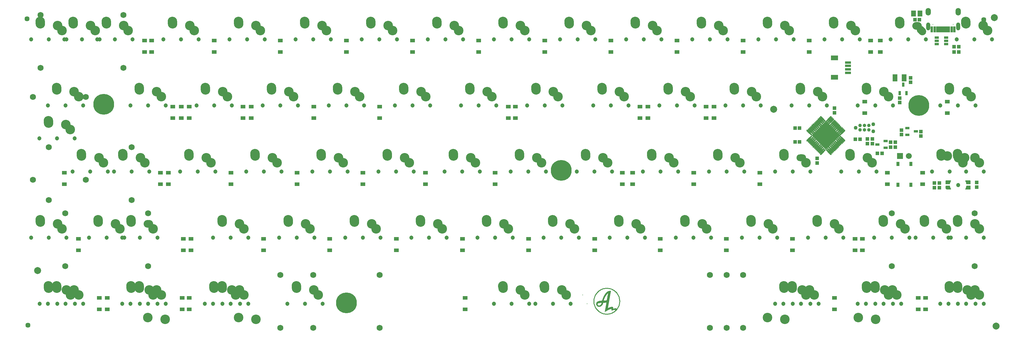
<source format=gts>
G04*
G04 #@! TF.GenerationSoftware,Altium Limited,Altium Designer,23.6.0 (18)*
G04*
G04 Layer_Color=8388736*
%FSLAX25Y25*%
%MOIN*%
G70*
G04*
G04 #@! TF.SameCoordinates,B66D48C5-E07E-4974-9F6D-D9774B8395A7*
G04*
G04*
G04 #@! TF.FilePolarity,Negative*
G04*
G01*
G75*
%ADD24C,0.03937*%
%ADD31C,0.01098*%
%ADD32R,0.05603X0.04383*%
%ADD33R,0.05367X0.06587*%
%ADD34R,0.04737X0.02965*%
%ADD35R,0.02965X0.04737*%
%ADD36R,0.03753X0.04737*%
%ADD37R,0.03950X0.04147*%
%ADD38R,0.04147X0.03950*%
%ADD39R,0.05524X0.07887*%
%ADD40C,0.03910*%
%ADD41R,0.03162X0.06509*%
%ADD42R,0.01981X0.06509*%
%ADD43C,0.07874*%
%ADD44R,0.07887X0.05524*%
%ADD45R,0.06902X0.03162*%
%ADD46P,0.32311X4X90.0*%
G04:AMPARAMS|DCode=47|XSize=17.84mil|YSize=39.5mil|CornerRadius=0mil|HoleSize=0mil|Usage=FLASHONLY|Rotation=45.000|XOffset=0mil|YOffset=0mil|HoleType=Round|Shape=Round|*
%AMOVALD47*
21,1,0.02165,0.01784,0.00000,0.00000,135.0*
1,1,0.01784,0.00766,-0.00766*
1,1,0.01784,-0.00766,0.00766*
%
%ADD47OVALD47*%

G04:AMPARAMS|DCode=48|XSize=17.84mil|YSize=39.5mil|CornerRadius=0mil|HoleSize=0mil|Usage=FLASHONLY|Rotation=135.000|XOffset=0mil|YOffset=0mil|HoleType=Round|Shape=Round|*
%AMOVALD48*
21,1,0.02165,0.01784,0.00000,0.00000,225.0*
1,1,0.01784,0.00766,0.00766*
1,1,0.01784,-0.00766,-0.00766*
%
%ADD48OVALD48*%

G04:AMPARAMS|DCode=49|XSize=19.81mil|YSize=65.09mil|CornerRadius=0mil|HoleSize=0mil|Usage=FLASHONLY|Rotation=135.000|XOffset=0mil|YOffset=0mil|HoleType=Round|Shape=Round|*
%AMOVALD49*
21,1,0.04528,0.01981,0.00000,0.00000,225.0*
1,1,0.01981,0.01601,0.01601*
1,1,0.01981,-0.01601,-0.01601*
%
%ADD49OVALD49*%

G04:AMPARAMS|DCode=50|XSize=19.81mil|YSize=65.09mil|CornerRadius=0mil|HoleSize=0mil|Usage=FLASHONLY|Rotation=45.000|XOffset=0mil|YOffset=0mil|HoleType=Round|Shape=Round|*
%AMOVALD50*
21,1,0.04528,0.01981,0.00000,0.00000,135.0*
1,1,0.01981,0.01601,-0.01601*
1,1,0.01981,-0.01601,0.01601*
%
%ADD50OVALD50*%

%ADD51R,0.02375X0.02375*%
%ADD52C,0.10800*%
%ADD53C,0.04737*%
G04:AMPARAMS|DCode=54|XSize=133.98mil|YSize=108mil|CornerRadius=0mil|HoleSize=0mil|Usage=FLASHONLY|Rotation=95.000|XOffset=0mil|YOffset=0mil|HoleType=Round|Shape=Round|*
%AMOVALD54*
21,1,0.02598,0.10800,0.00000,0.00000,95.0*
1,1,0.10800,0.00113,-0.01294*
1,1,0.10800,-0.00113,0.01294*
%
%ADD54OVALD54*%

%ADD55C,0.00800*%
%ADD56O,0.10800X0.08674*%
%ADD57C,0.06800*%
%ADD58C,0.23622*%
%ADD59C,0.04343*%
%ADD60O,0.04737X0.09068*%
%ADD61O,0.05918X0.08674*%
%ADD62O,0.10800X0.07690*%
G04:AMPARAMS|DCode=63|XSize=86.74mil|YSize=116.27mil|CornerRadius=0mil|HoleSize=0mil|Usage=FLASHONLY|Rotation=225.000|XOffset=0mil|YOffset=0mil|HoleType=Round|Shape=Round|*
%AMOVALD63*
21,1,0.02953,0.08674,0.00000,0.00000,315.0*
1,1,0.08674,-0.01044,0.01044*
1,1,0.08674,0.01044,-0.01044*
%
%ADD63OVALD63*%

%ADD64C,0.06706*%
%ADD65R,0.06706X0.06706*%
%ADD66C,0.05701*%
%ADD67C,0.03162*%
G36*
X1022978Y-160220D02*
X1022995Y-160221D01*
X1023013Y-160221D01*
X1023022Y-160222D01*
X1023030Y-160223D01*
X1023047Y-160226D01*
X1023065Y-160229D01*
X1023073Y-160232D01*
X1023081Y-160233D01*
X1023098Y-160239D01*
X1023115Y-160244D01*
X1023123Y-160247D01*
X1023131Y-160250D01*
X1023147Y-160258D01*
X1023163Y-160265D01*
X1023170Y-160270D01*
X1023178Y-160273D01*
X1023193Y-160283D01*
X1023208Y-160293D01*
X1023215Y-160298D01*
X1023221Y-160302D01*
X1023235Y-160314D01*
X1023249Y-160326D01*
X1023255Y-160331D01*
X1023261Y-160337D01*
X1023273Y-160351D01*
X1023285Y-160363D01*
X1023290Y-160370D01*
X1023295Y-160376D01*
X1023306Y-160391D01*
X1023316Y-160406D01*
X1023320Y-160413D01*
X1023325Y-160420D01*
X1023333Y-160436D01*
X1023341Y-160452D01*
X1023344Y-160459D01*
X1023348Y-160467D01*
X1023354Y-160484D01*
X1023360Y-160501D01*
X1023362Y-160509D01*
X1023365Y-160517D01*
X1023368Y-160534D01*
X1023372Y-160552D01*
X1023373Y-160560D01*
X1023375Y-160568D01*
X1023376Y-160586D01*
X1023378Y-160604D01*
X1023378Y-160612D01*
X1023378Y-160620D01*
X1023377Y-160638D01*
X1023377Y-160656D01*
X1023375Y-160664D01*
X1023375Y-160673D01*
X1023371Y-160690D01*
X1023369Y-160708D01*
X1023366Y-160716D01*
X1023365Y-160724D01*
X1023359Y-160741D01*
X1023354Y-160758D01*
X1023351Y-160766D01*
X1023348Y-160774D01*
X1023340Y-160790D01*
X1023333Y-160806D01*
X1023124Y-161205D01*
X1022767Y-162025D01*
X1022491Y-162871D01*
X1022297Y-163744D01*
X1022231Y-164189D01*
X1022229Y-164199D01*
X1022227Y-164210D01*
X1022224Y-164220D01*
X1022222Y-164231D01*
X1022221Y-164235D01*
X1022220Y-164240D01*
X1022216Y-164250D01*
X1022213Y-164261D01*
X1022209Y-164271D01*
X1022206Y-164281D01*
X1022204Y-164285D01*
X1022202Y-164289D01*
X1022197Y-164299D01*
X1022193Y-164309D01*
X1022193Y-164309D01*
X1022188Y-164318D01*
X1022183Y-164328D01*
X1022180Y-164332D01*
X1022178Y-164336D01*
X1022172Y-164345D01*
X1022166Y-164354D01*
X1022160Y-164363D01*
X1022154Y-164372D01*
X1022151Y-164375D01*
X1022148Y-164379D01*
X1022141Y-164387D01*
X1022134Y-164396D01*
X1022127Y-164403D01*
X1022120Y-164411D01*
X1022116Y-164415D01*
X1022113Y-164418D01*
X1022105Y-164425D01*
X1022097Y-164433D01*
X1022088Y-164439D01*
X1022081Y-164446D01*
X1022077Y-164449D01*
X1022073Y-164452D01*
X1022064Y-164458D01*
X1022055Y-164464D01*
X1022046Y-164470D01*
X1022037Y-164476D01*
X1022033Y-164478D01*
X1022029Y-164480D01*
X1022019Y-164485D01*
X1022010Y-164490D01*
X1021999Y-164495D01*
X1021990Y-164499D01*
X1021986Y-164501D01*
X1021982Y-164503D01*
X1021971Y-164506D01*
X1021961Y-164510D01*
X1021951Y-164513D01*
X1021941Y-164516D01*
X1021936Y-164517D01*
X1021932Y-164519D01*
X1021921Y-164521D01*
X1021910Y-164523D01*
X1021900Y-164525D01*
X1021889Y-164527D01*
X1021885Y-164527D01*
X1021880Y-164528D01*
X1021869Y-164529D01*
X1021858Y-164530D01*
X1021847Y-164530D01*
X1021837Y-164531D01*
X1021832Y-164530D01*
X1021828Y-164531D01*
X1021817Y-164530D01*
X1021809Y-164530D01*
X1017689D01*
X1017637Y-164526D01*
X1017585Y-164516D01*
X1017536Y-164499D01*
X1017488Y-164476D01*
X1017445Y-164447D01*
X1017406Y-164412D01*
X1017371Y-164373D01*
X1017342Y-164329D01*
X1017319Y-164282D01*
X1017302Y-164233D01*
X1017292Y-164181D01*
X1017288Y-164129D01*
Y-160620D01*
X1017292Y-160568D01*
X1017302Y-160517D01*
X1017319Y-160467D01*
X1017342Y-160420D01*
X1017371Y-160376D01*
X1017406Y-160337D01*
X1017445Y-160302D01*
X1017488Y-160273D01*
X1017536Y-160250D01*
X1017585Y-160233D01*
X1017637Y-160223D01*
X1017689Y-160220D01*
X1022978Y-160220D01*
D02*
G37*
G36*
X1045248Y-160220D02*
X1045300Y-160223D01*
X1045321Y-160227D01*
X1045352Y-160233D01*
X1045401Y-160250D01*
X1045448Y-160273D01*
D01*
X1045448Y-160273D01*
X1045492Y-160302D01*
X1045526Y-160332D01*
X1045531Y-160337D01*
Y-160337D01*
X1045531D01*
X1045536Y-160343D01*
X1045566Y-160376D01*
X1045595Y-160420D01*
X1045595Y-160420D01*
D01*
X1045618Y-160467D01*
X1045635Y-160517D01*
X1045641Y-160548D01*
X1045646Y-160568D01*
X1045649Y-160620D01*
Y-164129D01*
X1045647Y-164160D01*
X1045646Y-164181D01*
X1045646Y-164181D01*
Y-164181D01*
X1045637Y-164222D01*
X1045635Y-164233D01*
X1045635Y-164233D01*
X1045635Y-164233D01*
X1045626Y-164259D01*
X1045618Y-164282D01*
X1045618Y-164282D01*
X1045618Y-164282D01*
X1045612Y-164296D01*
X1045595Y-164329D01*
X1045595Y-164329D01*
X1045595Y-164329D01*
X1045585Y-164344D01*
X1045566Y-164373D01*
X1045566Y-164373D01*
X1045566Y-164373D01*
X1045547Y-164394D01*
X1045532Y-164412D01*
X1045531Y-164412D01*
X1045531Y-164412D01*
X1045514Y-164428D01*
X1045492Y-164447D01*
X1045492Y-164447D01*
X1045492Y-164447D01*
X1045464Y-164466D01*
X1045448Y-164476D01*
X1045448Y-164476D01*
X1045448Y-164476D01*
X1045415Y-164492D01*
X1045401Y-164499D01*
X1045401Y-164499D01*
X1045401Y-164499D01*
X1045378Y-164507D01*
X1045352Y-164516D01*
X1045352Y-164516D01*
X1045352Y-164516D01*
X1045341Y-164518D01*
X1045300Y-164526D01*
X1045300D01*
X1045300Y-164526D01*
X1045279Y-164528D01*
X1045248Y-164530D01*
X1041103Y-164531D01*
X1041080Y-164529D01*
X1041057Y-164528D01*
X1041054Y-164527D01*
X1041050Y-164527D01*
X1041028Y-164523D01*
X1041005Y-164519D01*
X1041002Y-164518D01*
X1040999Y-164517D01*
X1040977Y-164510D01*
X1040955Y-164503D01*
X1040952Y-164501D01*
X1040949Y-164500D01*
X1040928Y-164490D01*
X1040908Y-164480D01*
X1040905Y-164479D01*
X1040902Y-164477D01*
X1040883Y-164464D01*
X1040864Y-164452D01*
X1040861Y-164450D01*
X1040859Y-164448D01*
X1040841Y-164433D01*
X1040824Y-164418D01*
X1040822Y-164416D01*
X1040819Y-164413D01*
X1040804Y-164396D01*
X1040789Y-164379D01*
X1040787Y-164376D01*
X1040785Y-164374D01*
X1040772Y-164355D01*
X1040759Y-164336D01*
X1040757Y-164333D01*
X1040756Y-164330D01*
X1040746Y-164310D01*
X1040735Y-164289D01*
X1040734Y-164286D01*
X1040732Y-164283D01*
X1040725Y-164262D01*
X1040717Y-164240D01*
X1040716Y-164237D01*
X1040716Y-164234D01*
X1040711Y-164211D01*
X1040706Y-164189D01*
X1040640Y-163744D01*
X1040446Y-162871D01*
X1040170Y-162025D01*
X1039813Y-161205D01*
X1039604Y-160806D01*
X1039603Y-160803D01*
X1039601Y-160799D01*
X1039595Y-160786D01*
X1039589Y-160774D01*
X1039587Y-160766D01*
X1039583Y-160758D01*
X1039582Y-160755D01*
X1039581Y-160751D01*
X1039577Y-160737D01*
X1039572Y-160724D01*
X1039571Y-160716D01*
X1039568Y-160708D01*
X1039568Y-160704D01*
X1039567Y-160701D01*
X1039565Y-160686D01*
X1039562Y-160672D01*
X1039562Y-160664D01*
X1039560Y-160656D01*
X1039560Y-160652D01*
X1039560Y-160649D01*
X1039560Y-160634D01*
X1039559Y-160620D01*
X1039559Y-160612D01*
X1039559Y-160603D01*
X1039559Y-160600D01*
X1039559Y-160596D01*
X1039561Y-160582D01*
X1039562Y-160568D01*
X1039564Y-160560D01*
X1039565Y-160551D01*
X1039565Y-160548D01*
X1039566Y-160544D01*
X1039570Y-160530D01*
X1039572Y-160516D01*
X1039575Y-160509D01*
X1039577Y-160501D01*
X1039578Y-160497D01*
X1039579Y-160493D01*
X1039585Y-160480D01*
X1039589Y-160467D01*
X1039593Y-160459D01*
X1039596Y-160451D01*
X1039598Y-160448D01*
X1039599Y-160445D01*
X1039606Y-160432D01*
X1039612Y-160420D01*
X1039617Y-160413D01*
X1039621Y-160406D01*
X1039623Y-160403D01*
X1039625Y-160399D01*
X1039634Y-160388D01*
X1039641Y-160376D01*
X1039647Y-160370D01*
X1039652Y-160363D01*
X1039654Y-160360D01*
X1039657Y-160357D01*
X1039667Y-160347D01*
X1039676Y-160337D01*
X1039682Y-160331D01*
X1039688Y-160325D01*
X1039691Y-160323D01*
X1039694Y-160320D01*
X1039705Y-160311D01*
X1039715Y-160302D01*
X1039722Y-160298D01*
X1039729Y-160292D01*
X1039732Y-160290D01*
X1039735Y-160288D01*
X1039747Y-160281D01*
X1039759Y-160273D01*
X1039767Y-160269D01*
X1039774Y-160265D01*
X1039777Y-160264D01*
X1039780Y-160262D01*
X1039780Y-160262D01*
X1039793Y-160256D01*
X1039806Y-160250D01*
X1039814Y-160247D01*
X1039822Y-160244D01*
X1039825Y-160243D01*
X1039829Y-160241D01*
X1039842Y-160238D01*
X1039856Y-160233D01*
X1039864Y-160231D01*
X1039872Y-160229D01*
X1039876Y-160228D01*
X1039879Y-160227D01*
X1039893Y-160225D01*
X1039907Y-160223D01*
X1039915Y-160222D01*
X1039924Y-160221D01*
X1039927Y-160221D01*
X1039931Y-160220D01*
X1039945Y-160220D01*
X1039960Y-160219D01*
X1045248Y-160220D01*
D02*
G37*
G36*
X1021859Y-166124D02*
X1021880Y-166125D01*
X1021885Y-166126D01*
X1021890Y-166127D01*
X1021911Y-166131D01*
X1021932Y-166135D01*
X1021936Y-166136D01*
X1021941Y-166137D01*
X1021961Y-166144D01*
X1021982Y-166151D01*
X1021986Y-166153D01*
X1021991Y-166155D01*
X1022010Y-166164D01*
X1022029Y-166173D01*
X1022033Y-166176D01*
X1022038Y-166178D01*
X1022055Y-166190D01*
X1022073Y-166202D01*
X1022077Y-166205D01*
X1022081Y-166208D01*
X1022097Y-166222D01*
X1022113Y-166236D01*
X1022116Y-166239D01*
X1022120Y-166243D01*
X1022134Y-166259D01*
X1022148Y-166274D01*
X1022151Y-166278D01*
X1022154Y-166282D01*
X1022166Y-166300D01*
X1022178Y-166317D01*
X1022180Y-166322D01*
X1022183Y-166326D01*
X1022192Y-166345D01*
X1022202Y-166364D01*
X1022204Y-166369D01*
X1022206Y-166373D01*
X1022213Y-166393D01*
X1022220Y-166413D01*
X1022221Y-166418D01*
X1022222Y-166423D01*
X1022226Y-166444D01*
X1022231Y-166465D01*
X1022297Y-166910D01*
X1022491Y-167783D01*
X1022767Y-168629D01*
X1023124Y-169449D01*
X1023333Y-169848D01*
X1023340Y-169864D01*
X1023348Y-169880D01*
X1023351Y-169888D01*
X1023354Y-169896D01*
X1023359Y-169912D01*
X1023365Y-169930D01*
X1023366Y-169938D01*
X1023369Y-169946D01*
X1023371Y-169964D01*
X1023375Y-169981D01*
X1023375Y-169989D01*
X1023377Y-169998D01*
X1023377Y-170016D01*
X1023378Y-170033D01*
Y-170033D01*
D01*
Y-170033D01*
X1023378Y-170042D01*
X1023378Y-170050D01*
X1023376Y-170068D01*
X1023375Y-170086D01*
X1023373Y-170094D01*
X1023372Y-170102D01*
X1023368Y-170120D01*
X1023365Y-170137D01*
X1023362Y-170145D01*
X1023360Y-170153D01*
X1023354Y-170170D01*
X1023348Y-170187D01*
X1023344Y-170194D01*
X1023341Y-170202D01*
X1023333Y-170218D01*
X1023325Y-170234D01*
X1023320Y-170241D01*
X1023316Y-170248D01*
X1023305Y-170263D01*
X1023295Y-170278D01*
X1023290Y-170284D01*
X1023285Y-170290D01*
X1023273Y-170303D01*
X1023261Y-170317D01*
X1023255Y-170322D01*
X1023249Y-170328D01*
X1023235Y-170340D01*
X1023221Y-170351D01*
X1023215Y-170356D01*
X1023208Y-170361D01*
X1023193Y-170371D01*
X1023178Y-170381D01*
X1023170Y-170384D01*
X1023163Y-170389D01*
X1023147Y-170396D01*
X1023131Y-170404D01*
X1023123Y-170406D01*
X1023115Y-170410D01*
X1023098Y-170415D01*
X1023081Y-170421D01*
X1023073Y-170422D01*
X1023065Y-170425D01*
X1023047Y-170427D01*
X1023030Y-170431D01*
X1023022Y-170431D01*
X1023013Y-170433D01*
X1022995Y-170433D01*
X1022978Y-170434D01*
X1022977Y-170434D01*
X1018675Y-170434D01*
X1018623Y-170431D01*
X1018602Y-170426D01*
X1018571Y-170420D01*
X1018521Y-170404D01*
X1018474Y-170380D01*
D01*
X1018474Y-170380D01*
X1018431Y-170351D01*
X1018401Y-170325D01*
X1018391Y-170317D01*
X1017406Y-169331D01*
X1017371Y-169291D01*
X1017342Y-169248D01*
X1017319Y-169201D01*
X1017302Y-169151D01*
X1017292Y-169100D01*
X1017288Y-169047D01*
Y-166525D01*
X1017292Y-166472D01*
X1017302Y-166421D01*
X1017319Y-166371D01*
X1017342Y-166324D01*
X1017371Y-166281D01*
X1017406Y-166241D01*
X1017445Y-166207D01*
X1017488Y-166177D01*
X1017536Y-166154D01*
X1017585Y-166137D01*
X1017637Y-166127D01*
X1017689Y-166124D01*
X1021817D01*
X1021828Y-166123D01*
X1021832Y-166123D01*
X1021838Y-166123D01*
X1021859Y-166124D01*
D02*
G37*
G36*
X1041105Y-166123D02*
X1041109Y-166123D01*
X1041120Y-166124D01*
X1045248D01*
X1045300Y-166127D01*
X1045352Y-166137D01*
X1045401Y-166154D01*
X1045448Y-166177D01*
X1045492Y-166207D01*
X1045531Y-166241D01*
X1045566Y-166281D01*
X1045595Y-166324D01*
X1045618Y-166371D01*
X1045635Y-166421D01*
X1045646Y-166472D01*
X1045649Y-166525D01*
Y-170033D01*
X1045646Y-170086D01*
X1045635Y-170137D01*
X1045618Y-170187D01*
X1045595Y-170234D01*
X1045566Y-170277D01*
X1045531Y-170317D01*
X1045492Y-170351D01*
X1045448Y-170380D01*
X1045401Y-170404D01*
X1045352Y-170420D01*
X1045300Y-170431D01*
X1045248Y-170434D01*
X1039960D01*
X1039955Y-170434D01*
X1039944Y-170434D01*
X1039934Y-170433D01*
X1039924Y-170433D01*
X1039913Y-170431D01*
X1039907Y-170431D01*
X1039902Y-170430D01*
X1039892Y-170429D01*
X1039882Y-170426D01*
X1039872Y-170425D01*
X1039861Y-170421D01*
X1039856Y-170420D01*
X1039851Y-170419D01*
X1039841Y-170416D01*
X1039832Y-170413D01*
X1039822Y-170410D01*
X1039811Y-170405D01*
X1039806Y-170404D01*
X1039802Y-170401D01*
X1039792Y-170398D01*
X1039783Y-170393D01*
X1039774Y-170389D01*
X1039764Y-170383D01*
X1039759Y-170380D01*
X1039755Y-170377D01*
X1039746Y-170373D01*
X1039738Y-170367D01*
X1039729Y-170361D01*
X1039720Y-170354D01*
X1039715Y-170351D01*
X1039711Y-170348D01*
X1039703Y-170342D01*
X1039696Y-170335D01*
X1039688Y-170328D01*
X1039681Y-170321D01*
X1039676Y-170317D01*
X1039672Y-170312D01*
X1039665Y-170306D01*
X1039659Y-170298D01*
X1039652Y-170290D01*
X1039646Y-170282D01*
X1039641Y-170277D01*
X1039638Y-170272D01*
X1039632Y-170265D01*
X1039627Y-170256D01*
X1039621Y-170248D01*
X1039616Y-170239D01*
X1039612Y-170234D01*
X1039610Y-170228D01*
X1039605Y-170220D01*
X1039601Y-170211D01*
X1039596Y-170202D01*
X1039592Y-170193D01*
X1039589Y-170187D01*
X1039587Y-170180D01*
X1039583Y-170173D01*
X1039581Y-170163D01*
X1039577Y-170153D01*
X1039575Y-170144D01*
X1039572Y-170137D01*
X1039571Y-170130D01*
X1039569Y-170122D01*
X1039567Y-170112D01*
X1039565Y-170102D01*
X1039564Y-170093D01*
X1039562Y-170086D01*
X1039562Y-170078D01*
X1039560Y-170070D01*
X1039560Y-170060D01*
X1039559Y-170050D01*
X1039559Y-170041D01*
X1039559Y-170033D01*
X1039559Y-170026D01*
X1039559Y-170018D01*
X1039559Y-170018D01*
X1039560Y-170008D01*
X1039560Y-169998D01*
X1039561Y-169989D01*
X1039562Y-169981D01*
X1039564Y-169973D01*
X1039564Y-169966D01*
X1039567Y-169955D01*
X1039568Y-169946D01*
X1039571Y-169938D01*
X1039572Y-169929D01*
X1039575Y-169922D01*
X1039577Y-169915D01*
X1039581Y-169904D01*
X1039583Y-169896D01*
X1039586Y-169889D01*
X1039589Y-169880D01*
X1039593Y-169873D01*
X1039595Y-169866D01*
X1039601Y-169856D01*
X1039604Y-169848D01*
X1039813Y-169449D01*
X1040170Y-168629D01*
X1040446Y-167783D01*
X1040640Y-166910D01*
X1040706Y-166465D01*
X1040711Y-166444D01*
X1040715Y-166423D01*
X1040716Y-166418D01*
X1040717Y-166413D01*
X1040725Y-166393D01*
X1040731Y-166373D01*
X1040733Y-166369D01*
X1040735Y-166364D01*
X1040745Y-166345D01*
X1040754Y-166326D01*
X1040757Y-166322D01*
X1040759Y-166317D01*
X1040771Y-166300D01*
X1040783Y-166282D01*
X1040786Y-166278D01*
X1040789Y-166274D01*
X1040803Y-166259D01*
X1040817Y-166242D01*
X1040821Y-166239D01*
X1040824Y-166235D01*
X1040841Y-166222D01*
X1040856Y-166207D01*
X1040860Y-166205D01*
X1040864Y-166202D01*
X1040882Y-166190D01*
X1040900Y-166178D01*
X1040904Y-166176D01*
X1040908Y-166173D01*
X1040928Y-166164D01*
X1040947Y-166154D01*
X1040951Y-166153D01*
X1040955Y-166151D01*
X1040976Y-166144D01*
X1040996Y-166137D01*
X1041001Y-166136D01*
X1041005Y-166135D01*
X1041026Y-166131D01*
X1041048Y-166127D01*
X1041052Y-166126D01*
X1041057Y-166125D01*
X1041078Y-166124D01*
X1041100Y-166123D01*
X1041105Y-166123D01*
D02*
G37*
G36*
X637716Y-285314D02*
X637661D01*
Y-285370D01*
Y-285426D01*
Y-285482D01*
Y-285538D01*
Y-285594D01*
X637605D01*
Y-285650D01*
Y-285706D01*
Y-285761D01*
Y-285818D01*
X637549D01*
Y-285873D01*
Y-285929D01*
Y-285985D01*
Y-286041D01*
Y-286097D01*
Y-286153D01*
X637493D01*
Y-286209D01*
Y-286265D01*
Y-286321D01*
Y-286377D01*
Y-286433D01*
X637437D01*
Y-286489D01*
Y-286545D01*
Y-286601D01*
Y-286657D01*
Y-286713D01*
X637381D01*
Y-286769D01*
Y-286825D01*
Y-286880D01*
Y-286936D01*
Y-286993D01*
Y-287048D01*
X637325D01*
Y-287104D01*
Y-287160D01*
Y-287216D01*
Y-287272D01*
Y-287328D01*
X637269D01*
Y-287384D01*
Y-287440D01*
Y-287496D01*
Y-287552D01*
Y-287608D01*
Y-287664D01*
X637213D01*
Y-287720D01*
Y-287776D01*
Y-287832D01*
Y-287888D01*
Y-287944D01*
X637157D01*
Y-288000D01*
Y-288055D01*
Y-288111D01*
Y-288167D01*
Y-288223D01*
Y-288279D01*
X637101D01*
Y-288335D01*
Y-288391D01*
Y-288447D01*
Y-288503D01*
Y-288559D01*
X637045D01*
Y-288615D01*
Y-288671D01*
Y-288727D01*
Y-288783D01*
Y-288839D01*
Y-288895D01*
X636989D01*
Y-288951D01*
Y-289007D01*
Y-289063D01*
Y-289119D01*
Y-289175D01*
Y-289230D01*
X636933D01*
Y-289286D01*
Y-289342D01*
Y-289398D01*
Y-289454D01*
Y-289510D01*
X636877D01*
Y-289566D01*
Y-289622D01*
Y-289678D01*
Y-289734D01*
Y-289790D01*
Y-289846D01*
X636821D01*
Y-289902D01*
Y-289958D01*
Y-290014D01*
Y-290070D01*
Y-290126D01*
Y-290182D01*
X636765D01*
Y-290238D01*
Y-290294D01*
Y-290350D01*
Y-290406D01*
Y-290461D01*
X636709D01*
Y-290517D01*
Y-290573D01*
Y-290629D01*
Y-290685D01*
Y-290741D01*
Y-290797D01*
X636653D01*
Y-290853D01*
Y-290909D01*
Y-290965D01*
Y-291021D01*
Y-291077D01*
X636597D01*
Y-291133D01*
Y-291189D01*
Y-291245D01*
Y-291301D01*
Y-291357D01*
Y-291413D01*
X636542D01*
Y-291469D01*
Y-291525D01*
Y-291580D01*
Y-291636D01*
Y-291692D01*
Y-291748D01*
X636486D01*
Y-291804D01*
Y-291860D01*
Y-291916D01*
Y-291972D01*
Y-292028D01*
X636430D01*
Y-292084D01*
Y-292140D01*
Y-292196D01*
Y-292252D01*
Y-292308D01*
Y-292364D01*
X636374D01*
Y-292420D01*
Y-292476D01*
Y-292532D01*
Y-292588D01*
Y-292643D01*
X636318D01*
Y-292699D01*
Y-292755D01*
Y-292811D01*
Y-292867D01*
Y-292923D01*
Y-292979D01*
X636262D01*
Y-293035D01*
Y-293091D01*
Y-293147D01*
Y-293203D01*
Y-293259D01*
Y-293315D01*
X636206D01*
Y-293371D01*
Y-293427D01*
Y-293483D01*
Y-293539D01*
Y-293595D01*
X636150D01*
Y-293651D01*
Y-293707D01*
Y-293762D01*
Y-293818D01*
Y-293874D01*
Y-293930D01*
X636094D01*
Y-293986D01*
Y-294042D01*
Y-294098D01*
Y-294154D01*
Y-294210D01*
Y-294266D01*
X636038D01*
Y-294322D01*
Y-294378D01*
Y-294434D01*
Y-294490D01*
Y-294546D01*
X635982D01*
Y-294602D01*
Y-294658D01*
Y-294714D01*
Y-294770D01*
Y-294826D01*
Y-294882D01*
X635926D01*
Y-294937D01*
Y-294993D01*
Y-295049D01*
Y-295105D01*
Y-295161D01*
X635870D01*
Y-295217D01*
Y-295273D01*
Y-295329D01*
Y-295385D01*
Y-295441D01*
Y-295497D01*
X635814D01*
Y-295553D01*
Y-295609D01*
Y-295665D01*
Y-295721D01*
Y-295777D01*
Y-295833D01*
X635758D01*
Y-295889D01*
Y-295945D01*
Y-296001D01*
Y-296057D01*
Y-296112D01*
X635702D01*
Y-296168D01*
Y-296224D01*
Y-296280D01*
Y-296336D01*
Y-296392D01*
Y-296448D01*
X635646D01*
Y-296504D01*
Y-296560D01*
Y-296616D01*
Y-296672D01*
Y-296728D01*
X635590D01*
Y-296784D01*
Y-296840D01*
Y-296896D01*
Y-296952D01*
Y-297008D01*
Y-297064D01*
X635534D01*
Y-297120D01*
Y-297176D01*
Y-297232D01*
Y-297287D01*
Y-297343D01*
X635478D01*
Y-297399D01*
Y-297455D01*
Y-297511D01*
Y-297567D01*
Y-297623D01*
Y-297679D01*
X635423D01*
Y-297735D01*
Y-297791D01*
Y-297847D01*
Y-297903D01*
Y-297959D01*
Y-298015D01*
X635367D01*
Y-298071D01*
Y-298127D01*
Y-298183D01*
Y-298239D01*
Y-298294D01*
X635311D01*
Y-298351D01*
Y-298406D01*
Y-298462D01*
Y-298518D01*
Y-298574D01*
Y-298630D01*
X635255D01*
Y-298686D01*
Y-298742D01*
Y-298798D01*
Y-298854D01*
Y-298910D01*
X635199D01*
Y-298966D01*
Y-299022D01*
Y-299078D01*
Y-299134D01*
Y-299190D01*
Y-299246D01*
Y-299302D01*
X635143D01*
Y-299358D01*
Y-299414D01*
Y-299469D01*
Y-299525D01*
Y-299581D01*
X635087D01*
Y-299637D01*
Y-299693D01*
Y-299749D01*
Y-299805D01*
Y-299861D01*
Y-299917D01*
X635031D01*
Y-299973D01*
Y-300029D01*
Y-300085D01*
Y-300141D01*
Y-300197D01*
X634975D01*
Y-300253D01*
Y-300309D01*
Y-300365D01*
Y-300421D01*
Y-300477D01*
Y-300533D01*
X634919D01*
Y-300588D01*
Y-300644D01*
Y-300700D01*
Y-300756D01*
X634863D01*
Y-300812D01*
Y-300868D01*
Y-300924D01*
Y-300980D01*
Y-301036D01*
Y-301092D01*
X634807D01*
Y-301148D01*
Y-301204D01*
Y-301260D01*
Y-301316D01*
Y-301372D01*
X634751D01*
Y-301428D01*
Y-301484D01*
Y-301540D01*
Y-301596D01*
Y-301652D01*
Y-301708D01*
X634695D01*
Y-301764D01*
Y-301819D01*
Y-301875D01*
Y-301931D01*
Y-301987D01*
Y-302043D01*
X634639D01*
Y-302099D01*
Y-302155D01*
Y-302211D01*
Y-302267D01*
Y-302323D01*
X634583D01*
Y-302379D01*
Y-302435D01*
Y-302491D01*
Y-302547D01*
Y-302603D01*
Y-302659D01*
X634527D01*
Y-302715D01*
Y-302771D01*
Y-302827D01*
Y-302883D01*
Y-302939D01*
Y-302994D01*
X634471D01*
Y-303050D01*
Y-303106D01*
Y-303162D01*
Y-303218D01*
Y-303274D01*
X634415D01*
Y-303330D01*
Y-303386D01*
Y-303442D01*
Y-303498D01*
Y-303554D01*
Y-303610D01*
X634360D01*
Y-303666D01*
Y-303722D01*
Y-303778D01*
Y-303834D01*
Y-303890D01*
Y-303946D01*
Y-304001D01*
X634304D01*
Y-304058D01*
Y-304113D01*
Y-304169D01*
Y-304225D01*
Y-304281D01*
Y-304337D01*
Y-304393D01*
X634248D01*
Y-304449D01*
Y-304505D01*
Y-304561D01*
Y-304617D01*
Y-304673D01*
Y-304729D01*
Y-304785D01*
Y-304841D01*
X634304D01*
Y-304897D01*
X634471D01*
Y-304841D01*
X634583D01*
Y-304785D01*
X634695D01*
Y-304729D01*
X634863D01*
Y-304673D01*
X634975D01*
Y-304617D01*
X635143D01*
Y-304561D01*
X635255D01*
Y-304505D01*
X635423D01*
Y-304449D01*
X635534D01*
Y-304393D01*
X635702D01*
Y-304337D01*
X635814D01*
Y-304281D01*
X635982D01*
Y-304225D01*
X636094D01*
Y-304169D01*
X636262D01*
Y-304113D01*
X636430D01*
Y-304058D01*
X636597D01*
Y-304001D01*
X636765D01*
Y-303946D01*
X636877D01*
Y-303890D01*
X637101D01*
Y-303834D01*
X637269D01*
Y-303778D01*
X637437D01*
Y-303722D01*
X637661D01*
Y-303666D01*
X637940D01*
Y-303610D01*
X638220D01*
Y-303554D01*
X639283D01*
Y-303610D01*
X639451D01*
Y-303666D01*
X639619D01*
Y-303722D01*
X639731D01*
Y-303778D01*
X639843D01*
Y-303834D01*
X639899D01*
Y-303890D01*
X639955D01*
Y-303946D01*
X640066D01*
Y-304001D01*
X640122D01*
Y-304058D01*
X640178D01*
Y-304113D01*
X640234D01*
Y-304169D01*
X640290D01*
Y-304225D01*
Y-304281D01*
X640346D01*
Y-304337D01*
Y-304393D01*
Y-304449D01*
Y-304505D01*
Y-304561D01*
Y-304617D01*
Y-304673D01*
Y-304729D01*
Y-304785D01*
Y-304841D01*
Y-304897D01*
Y-304953D01*
Y-305009D01*
Y-305065D01*
X640290D01*
Y-305121D01*
Y-305176D01*
Y-305233D01*
Y-305288D01*
Y-305344D01*
Y-305400D01*
Y-305456D01*
Y-305512D01*
Y-305568D01*
Y-305624D01*
Y-305680D01*
Y-305736D01*
X640346D01*
Y-305792D01*
X640402D01*
Y-305736D01*
X640570D01*
Y-305680D01*
X640682D01*
Y-305624D01*
X640850D01*
Y-305568D01*
X640962D01*
Y-305512D01*
X641129D01*
Y-305456D01*
X641353D01*
Y-305400D01*
X641521D01*
Y-305344D01*
X641745D01*
Y-305288D01*
X642025D01*
Y-305233D01*
X642360D01*
Y-305176D01*
X642920D01*
Y-305121D01*
X642976D01*
Y-305176D01*
X643368D01*
Y-305233D01*
X643479D01*
Y-305288D01*
X643591D01*
Y-305344D01*
X643647D01*
Y-305400D01*
X643759D01*
Y-305456D01*
X643815D01*
Y-305512D01*
X643871D01*
Y-305568D01*
X643927D01*
Y-305624D01*
Y-305680D01*
X643983D01*
Y-305736D01*
X644039D01*
Y-305792D01*
Y-305848D01*
X644095D01*
Y-305904D01*
Y-305960D01*
Y-306016D01*
X644151D01*
Y-306072D01*
Y-306128D01*
Y-306184D01*
Y-306240D01*
Y-306295D01*
Y-306351D01*
Y-306407D01*
Y-306463D01*
Y-306519D01*
Y-306575D01*
Y-306631D01*
X644095D01*
Y-306687D01*
Y-306743D01*
X644039D01*
Y-306799D01*
Y-306855D01*
X643983D01*
Y-306911D01*
Y-306967D01*
X643927D01*
Y-307023D01*
X643871D01*
Y-307079D01*
X643815D01*
Y-307135D01*
X643759D01*
Y-307191D01*
X643647D01*
Y-307247D01*
X643591D01*
Y-307303D01*
X643535D01*
Y-307359D01*
X643424D01*
Y-307415D01*
X643312D01*
Y-307470D01*
X643256D01*
Y-307526D01*
X643088D01*
Y-307582D01*
X642864D01*
Y-307638D01*
X642640D01*
Y-307694D01*
X642584D01*
Y-307750D01*
X642472D01*
Y-307806D01*
X642193D01*
Y-307862D01*
X642025D01*
Y-307806D01*
Y-307750D01*
X642137D01*
Y-307694D01*
X642193D01*
Y-307638D01*
X642248D01*
Y-307582D01*
X642305D01*
Y-307526D01*
X642360D01*
Y-307470D01*
Y-307415D01*
Y-307359D01*
Y-307303D01*
Y-307247D01*
Y-307191D01*
X642305D01*
Y-307135D01*
X642248D01*
Y-307079D01*
X642193D01*
Y-307023D01*
X642137D01*
Y-306967D01*
X641465D01*
Y-307023D01*
X641186D01*
Y-307079D01*
X641018D01*
Y-307135D01*
X640794D01*
Y-307191D01*
X640626D01*
Y-307247D01*
X640458D01*
Y-307303D01*
X640290D01*
Y-307359D01*
X640178D01*
Y-307415D01*
X640010D01*
Y-307470D01*
X639843D01*
Y-307526D01*
X639675D01*
Y-307582D01*
X639507D01*
Y-307638D01*
X639339D01*
Y-307694D01*
X639115D01*
Y-307750D01*
X638780D01*
Y-307806D01*
X638556D01*
Y-307750D01*
X638388D01*
Y-307694D01*
X638332D01*
Y-307638D01*
X638276D01*
Y-307582D01*
X638220D01*
Y-307526D01*
Y-307470D01*
X638164D01*
Y-307415D01*
Y-307359D01*
Y-307303D01*
Y-307247D01*
Y-307191D01*
Y-307135D01*
X638108D01*
Y-307079D01*
Y-307023D01*
Y-306967D01*
Y-306911D01*
Y-306855D01*
Y-306799D01*
Y-306743D01*
Y-306687D01*
Y-306631D01*
Y-306575D01*
Y-306519D01*
Y-306463D01*
Y-306407D01*
Y-306351D01*
Y-306295D01*
Y-306240D01*
X638052D01*
Y-306184D01*
Y-306128D01*
Y-306072D01*
X637996D01*
Y-306016D01*
X637884D01*
Y-305960D01*
X637549D01*
Y-306016D01*
X637325D01*
Y-306072D01*
X637157D01*
Y-306128D01*
X636989D01*
Y-306184D01*
X636821D01*
Y-306240D01*
X636709D01*
Y-306295D01*
X636542D01*
Y-306351D01*
X636374D01*
Y-306407D01*
X636262D01*
Y-306463D01*
X636150D01*
Y-306519D01*
X635982D01*
Y-306575D01*
X635870D01*
Y-306631D01*
X635702D01*
Y-306687D01*
X635590D01*
Y-306743D01*
X635478D01*
Y-306799D01*
X635367D01*
Y-306855D01*
X635255D01*
Y-306911D01*
X635143D01*
Y-306967D01*
X634975D01*
Y-307023D01*
X634863D01*
Y-307079D01*
X634751D01*
Y-307135D01*
X634695D01*
Y-307191D01*
X634527D01*
Y-307247D01*
X634415D01*
Y-307303D01*
X634360D01*
Y-307359D01*
X634248D01*
Y-307415D01*
X634136D01*
Y-307470D01*
X634024D01*
Y-307526D01*
X633912D01*
Y-307582D01*
X633800D01*
Y-307638D01*
X633688D01*
Y-307694D01*
X633632D01*
Y-307750D01*
X633520D01*
Y-307806D01*
X633408D01*
Y-307862D01*
X633296D01*
Y-307918D01*
X633184D01*
Y-307974D01*
X633128D01*
Y-308030D01*
X633017D01*
Y-308086D01*
X632905D01*
Y-308142D01*
X632793D01*
Y-308198D01*
X632737D01*
Y-308254D01*
X632625D01*
Y-308310D01*
X632513D01*
Y-308366D01*
X632457D01*
Y-308422D01*
X632345D01*
Y-308478D01*
X632233D01*
Y-308534D01*
X632177D01*
Y-308590D01*
X632065D01*
Y-308646D01*
X631954D01*
Y-308701D01*
X631898D01*
Y-308757D01*
X631786D01*
Y-308813D01*
X631674D01*
Y-308869D01*
X631618D01*
Y-308925D01*
X631506D01*
Y-308981D01*
X631394D01*
Y-309037D01*
X631282D01*
Y-309093D01*
X631226D01*
Y-309149D01*
X631114D01*
Y-309205D01*
X631002D01*
Y-309261D01*
X630891D01*
Y-309317D01*
X630779D01*
Y-309373D01*
X630723D01*
Y-309429D01*
X630611D01*
Y-309373D01*
Y-309317D01*
Y-309261D01*
Y-309205D01*
X630667D01*
Y-309149D01*
Y-309093D01*
Y-309037D01*
Y-308981D01*
Y-308925D01*
Y-308869D01*
Y-308813D01*
X630723D01*
Y-308757D01*
Y-308701D01*
Y-308646D01*
Y-308590D01*
Y-308534D01*
Y-308478D01*
X630779D01*
Y-308422D01*
Y-308366D01*
Y-308310D01*
Y-308254D01*
Y-308198D01*
Y-308142D01*
X630835D01*
Y-308086D01*
Y-308030D01*
Y-307974D01*
Y-307918D01*
Y-307862D01*
Y-307806D01*
X630891D01*
Y-307750D01*
Y-307694D01*
Y-307638D01*
Y-307582D01*
Y-307526D01*
X630946D01*
Y-307470D01*
Y-307415D01*
Y-307359D01*
Y-307303D01*
Y-307247D01*
Y-307191D01*
X631002D01*
Y-307135D01*
Y-307079D01*
Y-307023D01*
Y-306967D01*
Y-306911D01*
Y-306855D01*
X631058D01*
Y-306799D01*
Y-306743D01*
Y-306687D01*
Y-306631D01*
Y-306575D01*
X631114D01*
Y-306519D01*
Y-306463D01*
Y-306407D01*
Y-306351D01*
Y-306295D01*
Y-306240D01*
X631170D01*
Y-306184D01*
Y-306128D01*
Y-306072D01*
Y-306016D01*
Y-305960D01*
Y-305904D01*
X631226D01*
Y-305848D01*
Y-305792D01*
Y-305736D01*
Y-305680D01*
Y-305624D01*
X631282D01*
Y-305568D01*
Y-305512D01*
Y-305456D01*
Y-305400D01*
Y-305344D01*
Y-305288D01*
Y-305233D01*
X631338D01*
Y-305176D01*
Y-305121D01*
Y-305065D01*
Y-305009D01*
Y-304953D01*
X631394D01*
Y-304897D01*
Y-304841D01*
Y-304785D01*
Y-304729D01*
Y-304673D01*
Y-304617D01*
X631450D01*
Y-304561D01*
Y-304505D01*
Y-304449D01*
X631506D01*
Y-304393D01*
Y-304337D01*
Y-304281D01*
Y-304225D01*
Y-304169D01*
Y-304113D01*
X631562D01*
Y-304058D01*
Y-304001D01*
Y-303946D01*
Y-303890D01*
Y-303834D01*
Y-303778D01*
X631618D01*
Y-303722D01*
Y-303666D01*
Y-303610D01*
Y-303554D01*
Y-303498D01*
X631674D01*
Y-303442D01*
Y-303386D01*
Y-303330D01*
Y-303274D01*
Y-303218D01*
Y-303162D01*
X631730D01*
Y-303106D01*
Y-303050D01*
Y-302994D01*
Y-302939D01*
Y-302883D01*
X631786D01*
Y-302827D01*
Y-302771D01*
Y-302715D01*
Y-302659D01*
Y-302603D01*
Y-302547D01*
X631842D01*
Y-302491D01*
Y-302435D01*
Y-302379D01*
Y-302323D01*
Y-302267D01*
Y-302211D01*
X631898D01*
Y-302155D01*
Y-302099D01*
Y-302043D01*
Y-301987D01*
Y-301931D01*
Y-301875D01*
X631954D01*
Y-301819D01*
Y-301764D01*
Y-301708D01*
Y-301652D01*
Y-301596D01*
X632010D01*
Y-301540D01*
Y-301484D01*
Y-301428D01*
Y-301372D01*
Y-301316D01*
Y-301260D01*
X632065D01*
Y-301204D01*
Y-301148D01*
Y-301092D01*
Y-301036D01*
Y-300980D01*
X632121D01*
Y-300924D01*
Y-300868D01*
Y-300812D01*
Y-300756D01*
Y-300700D01*
Y-300644D01*
X632177D01*
Y-300588D01*
Y-300533D01*
Y-300477D01*
Y-300421D01*
Y-300365D01*
Y-300309D01*
X632233D01*
Y-300253D01*
Y-300197D01*
Y-300141D01*
Y-300085D01*
Y-300029D01*
X632289D01*
Y-299973D01*
Y-299917D01*
Y-299861D01*
Y-299805D01*
Y-299749D01*
Y-299693D01*
X632345D01*
Y-299637D01*
Y-299581D01*
Y-299525D01*
Y-299469D01*
Y-299414D01*
X632401D01*
Y-299358D01*
Y-299302D01*
Y-299246D01*
Y-299190D01*
Y-299134D01*
Y-299078D01*
X632457D01*
Y-299022D01*
Y-298966D01*
X632289D01*
Y-298910D01*
Y-298854D01*
X631226D01*
Y-298910D01*
X630331D01*
Y-298966D01*
X629660D01*
Y-299022D01*
X628876D01*
Y-299078D01*
Y-299134D01*
X628820D01*
Y-299190D01*
Y-299246D01*
Y-299302D01*
X628764D01*
Y-299358D01*
Y-299414D01*
Y-299469D01*
Y-299525D01*
X628708D01*
Y-299581D01*
Y-299637D01*
Y-299693D01*
X628652D01*
Y-299749D01*
Y-299805D01*
Y-299861D01*
X628596D01*
Y-299917D01*
Y-299973D01*
Y-300029D01*
X628541D01*
Y-300085D01*
Y-300141D01*
Y-300197D01*
X628485D01*
Y-300253D01*
Y-300309D01*
Y-300365D01*
X628429D01*
Y-300421D01*
Y-300477D01*
X628373D01*
Y-300533D01*
Y-300588D01*
Y-300644D01*
X628317D01*
Y-300700D01*
Y-300756D01*
X628261D01*
Y-300812D01*
Y-300868D01*
X628205D01*
Y-300924D01*
Y-300980D01*
X628149D01*
Y-301036D01*
X628093D01*
Y-301092D01*
Y-301148D01*
X628037D01*
Y-301204D01*
Y-301260D01*
X627981D01*
Y-301316D01*
X627925D01*
Y-301372D01*
Y-301428D01*
X627869D01*
Y-301484D01*
X627813D01*
Y-301540D01*
Y-301596D01*
X627757D01*
Y-301652D01*
X627701D01*
Y-301708D01*
X627645D01*
Y-301764D01*
Y-301819D01*
X627589D01*
Y-301875D01*
X627533D01*
Y-301931D01*
X627478D01*
Y-301987D01*
X627422D01*
Y-302043D01*
X627366D01*
Y-302099D01*
X627310D01*
Y-302155D01*
X627254D01*
Y-302211D01*
X627198D01*
Y-302267D01*
X627142D01*
Y-302323D01*
X627086D01*
Y-302379D01*
X627030D01*
Y-302435D01*
X626974D01*
Y-302491D01*
X626918D01*
Y-302547D01*
X626862D01*
Y-302603D01*
X626806D01*
Y-302659D01*
X626694D01*
Y-302715D01*
X626638D01*
Y-302771D01*
X626526D01*
Y-302827D01*
X626470D01*
Y-302883D01*
X626414D01*
Y-302939D01*
X626302D01*
Y-302994D01*
X626191D01*
Y-303050D01*
X626135D01*
Y-303106D01*
X626023D01*
Y-303162D01*
X625911D01*
Y-303218D01*
X625799D01*
Y-303274D01*
X625631D01*
Y-303330D01*
X625519D01*
Y-303386D01*
X625351D01*
Y-303442D01*
X625128D01*
Y-303498D01*
X624904D01*
Y-303554D01*
X624512D01*
Y-303610D01*
X623841D01*
Y-303554D01*
X623449D01*
Y-303498D01*
X623225D01*
Y-303442D01*
X623057D01*
Y-303386D01*
X622890D01*
Y-303330D01*
X622778D01*
Y-303274D01*
X622666D01*
Y-303218D01*
X622554D01*
Y-303162D01*
X622442D01*
Y-303106D01*
X622330D01*
Y-303050D01*
X622274D01*
Y-302994D01*
X622218D01*
Y-302939D01*
X622106D01*
Y-302883D01*
X622050D01*
Y-302827D01*
X621994D01*
Y-302771D01*
X621938D01*
Y-302715D01*
X621882D01*
Y-302659D01*
X621827D01*
Y-302603D01*
X621715D01*
Y-302547D01*
Y-302491D01*
X621659D01*
Y-302435D01*
X621603D01*
Y-302379D01*
X621547D01*
Y-302323D01*
X621491D01*
Y-302267D01*
Y-302211D01*
X621435D01*
Y-302155D01*
X621379D01*
Y-302099D01*
Y-302043D01*
X621323D01*
Y-301987D01*
X621267D01*
Y-301931D01*
Y-301875D01*
X621211D01*
Y-301819D01*
Y-301764D01*
X621155D01*
Y-301708D01*
Y-301652D01*
X621099D01*
Y-301596D01*
Y-301540D01*
Y-301484D01*
X621043D01*
Y-301428D01*
Y-301372D01*
Y-301316D01*
X620987D01*
Y-301260D01*
Y-301204D01*
Y-301148D01*
X620931D01*
Y-301092D01*
Y-301036D01*
Y-300980D01*
Y-300924D01*
Y-300868D01*
X620875D01*
Y-300812D01*
Y-300756D01*
Y-300700D01*
Y-300644D01*
Y-300588D01*
Y-300533D01*
Y-300477D01*
Y-300421D01*
Y-300365D01*
Y-300309D01*
Y-300253D01*
Y-300197D01*
Y-300141D01*
Y-300085D01*
Y-300029D01*
Y-299973D01*
Y-299917D01*
Y-299861D01*
Y-299805D01*
X620931D01*
Y-299749D01*
Y-299693D01*
Y-299637D01*
Y-299581D01*
Y-299525D01*
X620987D01*
Y-299469D01*
Y-299414D01*
Y-299358D01*
Y-299302D01*
X621043D01*
Y-299246D01*
Y-299190D01*
Y-299134D01*
X621099D01*
Y-299078D01*
Y-299022D01*
Y-298966D01*
X621155D01*
Y-298910D01*
Y-298854D01*
X621211D01*
Y-298798D01*
Y-298742D01*
X621267D01*
Y-298686D01*
Y-298630D01*
X621323D01*
Y-298574D01*
Y-298518D01*
X621379D01*
Y-298462D01*
X621435D01*
Y-298406D01*
Y-298351D01*
X621491D01*
Y-298294D01*
X621547D01*
Y-298239D01*
X621603D01*
Y-298183D01*
X621659D01*
Y-298127D01*
X621715D01*
Y-298071D01*
X621770D01*
Y-298015D01*
X621827D01*
Y-297959D01*
X621882D01*
Y-297903D01*
X621938D01*
Y-297847D01*
X621994D01*
Y-297791D01*
X622050D01*
Y-297735D01*
X622162D01*
Y-297679D01*
X622218D01*
Y-297623D01*
X622330D01*
Y-297567D01*
X622442D01*
Y-297511D01*
X622498D01*
Y-297455D01*
X622610D01*
Y-297399D01*
X622722D01*
Y-297343D01*
X622890D01*
Y-297287D01*
X623001D01*
Y-297232D01*
X623169D01*
Y-297176D01*
X623337D01*
Y-297120D01*
X623505D01*
Y-297064D01*
X623729D01*
Y-297008D01*
X623953D01*
Y-296952D01*
X624176D01*
Y-296896D01*
X624512D01*
Y-296840D01*
X624848D01*
Y-296784D01*
X625295D01*
Y-296728D01*
X625855D01*
Y-296672D01*
X626359D01*
Y-296616D01*
X626750D01*
Y-296560D01*
X627086D01*
Y-296504D01*
X627366D01*
Y-296448D01*
X627478D01*
Y-296392D01*
X627533D01*
Y-296336D01*
Y-296280D01*
X627589D01*
Y-296224D01*
Y-296168D01*
X627645D01*
Y-296112D01*
Y-296057D01*
Y-296001D01*
X627701D01*
Y-295945D01*
Y-295889D01*
Y-295833D01*
X627757D01*
Y-295777D01*
Y-295721D01*
X627813D01*
Y-295665D01*
Y-295609D01*
Y-295553D01*
X627869D01*
Y-295497D01*
Y-295441D01*
Y-295385D01*
X627925D01*
Y-295329D01*
Y-295273D01*
Y-295217D01*
X627981D01*
Y-295161D01*
Y-295105D01*
Y-295049D01*
X628037D01*
Y-294993D01*
Y-294937D01*
Y-294882D01*
X628093D01*
Y-294826D01*
Y-294770D01*
Y-294714D01*
X628149D01*
Y-294658D01*
Y-294602D01*
Y-294546D01*
X628205D01*
Y-294490D01*
Y-294434D01*
Y-294378D01*
X628261D01*
Y-294322D01*
Y-294266D01*
Y-294210D01*
X628317D01*
Y-294154D01*
Y-294098D01*
X628373D01*
Y-294042D01*
Y-293986D01*
Y-293930D01*
X628429D01*
Y-293874D01*
Y-293818D01*
Y-293762D01*
X628485D01*
Y-293707D01*
Y-293651D01*
X628541D01*
Y-293595D01*
Y-293539D01*
Y-293483D01*
X628596D01*
Y-293427D01*
Y-293371D01*
X628652D01*
Y-293315D01*
Y-293259D01*
X628708D01*
Y-293203D01*
Y-293147D01*
Y-293091D01*
X628764D01*
Y-293035D01*
Y-292979D01*
X628820D01*
Y-292923D01*
Y-292867D01*
X628876D01*
Y-292811D01*
Y-292755D01*
Y-292699D01*
X628932D01*
Y-292643D01*
Y-292588D01*
X628988D01*
Y-292532D01*
Y-292476D01*
X629044D01*
Y-292420D01*
Y-292364D01*
X629100D01*
Y-292308D01*
Y-292252D01*
X629156D01*
Y-292196D01*
Y-292140D01*
X629212D01*
Y-292084D01*
Y-292028D01*
X629268D01*
Y-291972D01*
Y-291916D01*
X629324D01*
Y-291860D01*
Y-291804D01*
X629380D01*
Y-291748D01*
Y-291692D01*
X629436D01*
Y-291636D01*
Y-291580D01*
X629492D01*
Y-291525D01*
Y-291469D01*
X629548D01*
Y-291413D01*
Y-291357D01*
X629604D01*
Y-291301D01*
Y-291245D01*
X629660D01*
Y-291189D01*
Y-291133D01*
X629715D01*
Y-291077D01*
Y-291021D01*
X629772D01*
Y-290965D01*
Y-290909D01*
X629827D01*
Y-290853D01*
X629883D01*
Y-290797D01*
Y-290741D01*
X629939D01*
Y-290685D01*
Y-290629D01*
X629995D01*
Y-290573D01*
Y-290517D01*
X630051D01*
Y-290461D01*
X630107D01*
Y-290406D01*
Y-290350D01*
X630163D01*
Y-290294D01*
Y-290238D01*
X630219D01*
Y-290182D01*
X630275D01*
Y-290126D01*
Y-290070D01*
X630331D01*
Y-290014D01*
X630387D01*
Y-289958D01*
Y-289902D01*
X630443D01*
Y-289846D01*
Y-289790D01*
X630499D01*
Y-289734D01*
X630555D01*
Y-289678D01*
Y-289622D01*
X630611D01*
Y-289566D01*
X630667D01*
Y-289510D01*
Y-289454D01*
X630723D01*
Y-289398D01*
X630779D01*
Y-289342D01*
Y-289286D01*
X630835D01*
Y-289230D01*
X630891D01*
Y-289175D01*
Y-289119D01*
X630946D01*
Y-289063D01*
X631002D01*
Y-289007D01*
X631058D01*
Y-288951D01*
Y-288895D01*
X631114D01*
Y-288839D01*
X631170D01*
Y-288783D01*
X631226D01*
Y-288727D01*
Y-288671D01*
X631282D01*
Y-288615D01*
X631338D01*
Y-288559D01*
X631394D01*
Y-288503D01*
Y-288447D01*
X631450D01*
Y-288391D01*
X631506D01*
Y-288335D01*
X631562D01*
Y-288279D01*
Y-288223D01*
X631618D01*
Y-288167D01*
X631674D01*
Y-288111D01*
X631730D01*
Y-288055D01*
X631786D01*
Y-288000D01*
X631842D01*
Y-287944D01*
X631898D01*
Y-287888D01*
Y-287832D01*
X631954D01*
Y-287776D01*
X632010D01*
Y-287720D01*
X632065D01*
Y-287664D01*
X632121D01*
Y-287608D01*
X632177D01*
Y-287552D01*
X632233D01*
Y-287496D01*
X632289D01*
Y-287440D01*
X632345D01*
Y-287384D01*
X632401D01*
Y-287328D01*
X632457D01*
Y-287272D01*
X632513D01*
Y-287216D01*
X632569D01*
Y-287160D01*
X632625D01*
Y-287104D01*
X632681D01*
Y-287048D01*
X632737D01*
Y-286993D01*
X632793D01*
Y-286936D01*
X632849D01*
Y-286880D01*
X632905D01*
Y-286825D01*
X632961D01*
Y-286769D01*
X633017D01*
Y-286713D01*
X633128D01*
Y-286657D01*
X633184D01*
Y-286601D01*
X633240D01*
Y-286545D01*
X633296D01*
Y-286489D01*
X633408D01*
Y-286433D01*
X633464D01*
Y-286377D01*
X633520D01*
Y-286321D01*
X633632D01*
Y-286265D01*
X633688D01*
Y-286209D01*
X633800D01*
Y-286153D01*
X633856D01*
Y-286097D01*
X633968D01*
Y-286041D01*
X634080D01*
Y-285985D01*
X634192D01*
Y-285929D01*
X634304D01*
Y-285873D01*
X634415D01*
Y-285818D01*
X634583D01*
Y-285761D01*
X634751D01*
Y-285706D01*
X634919D01*
Y-285650D01*
X635143D01*
Y-285594D01*
X635423D01*
Y-285538D01*
X635702D01*
Y-285482D01*
X635982D01*
Y-285426D01*
X636318D01*
Y-285370D01*
X636765D01*
Y-285314D01*
X637269D01*
Y-285258D01*
X637716D01*
Y-285314D01*
D02*
G37*
%LPC*%
G36*
X634136Y-288503D02*
X633912D01*
Y-288559D01*
X633856D01*
Y-288615D01*
X633744D01*
Y-288671D01*
X633688D01*
Y-288727D01*
X633632D01*
Y-288783D01*
X633576D01*
Y-288839D01*
X633520D01*
Y-288895D01*
X633464D01*
Y-288951D01*
X633408D01*
Y-289007D01*
X633352D01*
Y-289063D01*
X633296D01*
Y-289119D01*
X633240D01*
Y-289175D01*
X633184D01*
Y-289230D01*
X633128D01*
Y-289286D01*
Y-289342D01*
X633073D01*
Y-289398D01*
X633017D01*
Y-289454D01*
X632961D01*
Y-289510D01*
X632905D01*
Y-289566D01*
Y-289622D01*
X632849D01*
Y-289678D01*
X632793D01*
Y-289734D01*
X632737D01*
Y-289790D01*
Y-289846D01*
X632681D01*
Y-289902D01*
X632625D01*
Y-289958D01*
X632569D01*
Y-290014D01*
Y-290070D01*
X632513D01*
Y-290126D01*
X632457D01*
Y-290182D01*
X632401D01*
Y-290238D01*
Y-290294D01*
X632345D01*
Y-290350D01*
X632289D01*
Y-290406D01*
Y-290461D01*
X632233D01*
Y-290517D01*
X632177D01*
Y-290573D01*
X632121D01*
Y-290629D01*
Y-290685D01*
X632065D01*
Y-290741D01*
X632010D01*
Y-290797D01*
Y-290853D01*
X631954D01*
Y-290909D01*
X631898D01*
Y-290965D01*
Y-291021D01*
X631842D01*
Y-291077D01*
X631786D01*
Y-291133D01*
Y-291189D01*
X631730D01*
Y-291245D01*
Y-291301D01*
X631674D01*
Y-291357D01*
X631618D01*
Y-291413D01*
Y-291469D01*
X631562D01*
Y-291525D01*
X631506D01*
Y-291580D01*
Y-291636D01*
X631450D01*
Y-291692D01*
Y-291748D01*
X631394D01*
Y-291804D01*
X631338D01*
Y-291860D01*
Y-291916D01*
X631282D01*
Y-291972D01*
Y-292028D01*
X631226D01*
Y-292084D01*
Y-292140D01*
X631170D01*
Y-292196D01*
X631114D01*
Y-292252D01*
Y-292308D01*
X631058D01*
Y-292364D01*
Y-292420D01*
X631002D01*
Y-292476D01*
Y-292532D01*
X630946D01*
Y-292588D01*
Y-292643D01*
X630891D01*
Y-292699D01*
Y-292755D01*
X630835D01*
Y-292811D01*
Y-292867D01*
X630779D01*
Y-292923D01*
Y-292979D01*
X630723D01*
Y-293035D01*
Y-293091D01*
X630667D01*
Y-293147D01*
Y-293203D01*
X630611D01*
Y-293259D01*
Y-293315D01*
X630555D01*
Y-293371D01*
Y-293427D01*
X630499D01*
Y-293483D01*
Y-293539D01*
Y-293595D01*
X630443D01*
Y-293651D01*
Y-293707D01*
X630387D01*
Y-293762D01*
Y-293818D01*
X630331D01*
Y-293874D01*
Y-293930D01*
X630275D01*
Y-293986D01*
Y-294042D01*
Y-294098D01*
X630219D01*
Y-294154D01*
Y-294210D01*
X630163D01*
Y-294266D01*
Y-294322D01*
X630107D01*
Y-294378D01*
Y-294434D01*
Y-294490D01*
X630051D01*
Y-294546D01*
Y-294602D01*
X629995D01*
Y-294658D01*
Y-294714D01*
X629939D01*
Y-294770D01*
Y-294826D01*
Y-294882D01*
X629883D01*
Y-294937D01*
Y-294993D01*
X629827D01*
Y-295049D01*
Y-295105D01*
Y-295161D01*
X629772D01*
Y-295217D01*
Y-295273D01*
X629715D01*
Y-295329D01*
Y-295385D01*
Y-295441D01*
X629660D01*
Y-295497D01*
Y-295553D01*
X629604D01*
Y-295609D01*
Y-295665D01*
Y-295721D01*
X629548D01*
Y-295777D01*
Y-295833D01*
Y-295889D01*
X629492D01*
Y-295945D01*
Y-296001D01*
X629436D01*
Y-296057D01*
Y-296112D01*
Y-296168D01*
Y-296224D01*
X629380D01*
Y-296280D01*
Y-296336D01*
Y-296392D01*
X630723D01*
Y-296336D01*
X631506D01*
Y-296280D01*
X632121D01*
Y-296224D01*
X632569D01*
Y-296168D01*
X632737D01*
Y-296112D01*
Y-296057D01*
Y-296001D01*
Y-295945D01*
X632793D01*
Y-295889D01*
Y-295833D01*
Y-295777D01*
Y-295721D01*
X632849D01*
Y-295665D01*
Y-295609D01*
Y-295553D01*
Y-295497D01*
X632905D01*
Y-295441D01*
Y-295385D01*
Y-295329D01*
Y-295273D01*
Y-295217D01*
X632961D01*
Y-295161D01*
Y-295105D01*
Y-295049D01*
Y-294993D01*
Y-294937D01*
X633017D01*
Y-294882D01*
Y-294826D01*
Y-294770D01*
Y-294714D01*
X633073D01*
Y-294658D01*
Y-294602D01*
Y-294546D01*
Y-294490D01*
Y-294434D01*
X633128D01*
Y-294378D01*
Y-294322D01*
Y-294266D01*
Y-294210D01*
Y-294154D01*
X633184D01*
Y-294098D01*
Y-294042D01*
Y-293986D01*
Y-293930D01*
Y-293874D01*
X633240D01*
Y-293818D01*
Y-293762D01*
Y-293707D01*
Y-293651D01*
Y-293595D01*
X633296D01*
Y-293539D01*
Y-293483D01*
Y-293427D01*
Y-293371D01*
Y-293315D01*
X633352D01*
Y-293259D01*
Y-293203D01*
Y-293147D01*
Y-293091D01*
Y-293035D01*
Y-292979D01*
X633408D01*
Y-292923D01*
Y-292867D01*
Y-292811D01*
Y-292755D01*
Y-292699D01*
X633464D01*
Y-292643D01*
Y-292588D01*
Y-292532D01*
Y-292476D01*
Y-292420D01*
X633520D01*
Y-292364D01*
Y-292308D01*
Y-292252D01*
Y-292196D01*
Y-292140D01*
X633576D01*
Y-292084D01*
Y-292028D01*
Y-291972D01*
Y-291916D01*
Y-291860D01*
Y-291804D01*
X633632D01*
Y-291748D01*
Y-291692D01*
Y-291636D01*
Y-291580D01*
Y-291525D01*
X633688D01*
Y-291469D01*
Y-291413D01*
Y-291357D01*
Y-291301D01*
Y-291245D01*
X633744D01*
Y-291189D01*
Y-291133D01*
Y-291077D01*
Y-291021D01*
Y-290965D01*
X633800D01*
Y-290909D01*
Y-290853D01*
Y-290797D01*
Y-290741D01*
Y-290685D01*
Y-290629D01*
X633856D01*
Y-290573D01*
Y-290517D01*
Y-290461D01*
Y-290406D01*
Y-290350D01*
X633912D01*
Y-290294D01*
Y-290238D01*
Y-290182D01*
Y-290126D01*
Y-290070D01*
Y-290014D01*
X633968D01*
Y-289958D01*
Y-289902D01*
Y-289846D01*
Y-289790D01*
Y-289734D01*
X634024D01*
Y-289678D01*
Y-289622D01*
Y-289566D01*
Y-289510D01*
Y-289454D01*
Y-289398D01*
X634080D01*
Y-289342D01*
Y-289286D01*
Y-289230D01*
Y-289175D01*
Y-289119D01*
Y-289063D01*
Y-289007D01*
X634136D01*
Y-288951D01*
Y-288895D01*
Y-288839D01*
Y-288783D01*
Y-288727D01*
Y-288671D01*
Y-288615D01*
Y-288559D01*
Y-288503D01*
D02*
G37*
G36*
X626470Y-299134D02*
X626191D01*
Y-299190D01*
X625295D01*
Y-299246D01*
X624624D01*
Y-299302D01*
X624176D01*
Y-299358D01*
X623841D01*
Y-299414D01*
X623617D01*
Y-299469D01*
X623393D01*
Y-299525D01*
X623281D01*
Y-299581D01*
X623169D01*
Y-299637D01*
X623057D01*
Y-299693D01*
X623001D01*
Y-299749D01*
X622945D01*
Y-299805D01*
X622890D01*
Y-299861D01*
X622834D01*
Y-299917D01*
X622778D01*
Y-299973D01*
X622722D01*
Y-300029D01*
Y-300085D01*
X622666D01*
Y-300141D01*
Y-300197D01*
X622610D01*
Y-300253D01*
Y-300309D01*
X622554D01*
Y-300365D01*
Y-300421D01*
Y-300477D01*
Y-300533D01*
X622498D01*
Y-300588D01*
Y-300644D01*
Y-300700D01*
Y-300756D01*
Y-300812D01*
Y-300868D01*
X622554D01*
Y-300924D01*
Y-300980D01*
Y-301036D01*
X622610D01*
Y-301092D01*
Y-301148D01*
Y-301204D01*
X622666D01*
Y-301260D01*
Y-301316D01*
X622722D01*
Y-301372D01*
X622778D01*
Y-301428D01*
X622834D01*
Y-301484D01*
X622890D01*
Y-301540D01*
Y-301596D01*
X622945D01*
Y-301652D01*
X623057D01*
Y-301708D01*
X623113D01*
Y-301764D01*
X623169D01*
Y-301819D01*
X623281D01*
Y-301875D01*
X623393D01*
Y-301931D01*
X623505D01*
Y-301987D01*
X623729D01*
Y-302043D01*
X624344D01*
Y-301987D01*
X624568D01*
Y-301931D01*
X624792D01*
Y-301875D01*
X624904D01*
Y-301819D01*
X625072D01*
Y-301764D01*
X625128D01*
Y-301708D01*
X625240D01*
Y-301652D01*
X625351D01*
Y-301596D01*
X625407D01*
Y-301540D01*
X625519D01*
Y-301484D01*
X625575D01*
Y-301428D01*
X625631D01*
Y-301372D01*
X625743D01*
Y-301316D01*
X625799D01*
Y-301260D01*
X625855D01*
Y-301204D01*
X625911D01*
Y-301148D01*
X625967D01*
Y-301092D01*
X626023D01*
Y-301036D01*
X626079D01*
Y-300980D01*
X626135D01*
Y-300924D01*
X626191D01*
Y-300868D01*
Y-300812D01*
X626247D01*
Y-300756D01*
X626302D01*
Y-300700D01*
X626359D01*
Y-300644D01*
Y-300588D01*
X626414D01*
Y-300533D01*
X626470D01*
Y-300477D01*
Y-300421D01*
X626526D01*
Y-300365D01*
Y-300309D01*
X626582D01*
Y-300253D01*
Y-300197D01*
X626638D01*
Y-300141D01*
Y-300085D01*
X626694D01*
Y-300029D01*
Y-299973D01*
X626750D01*
Y-299917D01*
Y-299861D01*
X626806D01*
Y-299805D01*
Y-299749D01*
X626862D01*
Y-299693D01*
Y-299637D01*
X626918D01*
Y-299581D01*
Y-299525D01*
Y-299469D01*
Y-299414D01*
Y-299358D01*
Y-299302D01*
X626862D01*
Y-299246D01*
X626806D01*
Y-299190D01*
X626470D01*
Y-299134D01*
D02*
G37*
%LPD*%
D24*
X992717Y-82874D02*
D03*
X980906D02*
D03*
X986811D02*
D03*
X980906Y-67126D02*
D03*
X992717D02*
D03*
X986811D02*
D03*
X587157Y-156697D02*
D03*
X575347D02*
D03*
X581252D02*
D03*
X575347Y-140949D02*
D03*
X587157D02*
D03*
X581252D02*
D03*
X343429Y-306949D02*
D03*
X331618D02*
D03*
X337524D02*
D03*
X331618Y-291201D02*
D03*
X343429D02*
D03*
X337524D02*
D03*
X68110Y-81496D02*
D03*
X56299D02*
D03*
X62205D02*
D03*
X56299Y-65748D02*
D03*
X68110D02*
D03*
X62205D02*
D03*
D31*
X647393Y-296562D02*
X647322Y-295565D01*
X647183Y-294576D01*
X646977Y-293598D01*
X646705Y-292636D01*
X646368Y-291695D01*
X645967Y-290780D01*
X645505Y-289894D01*
X644983Y-289041D01*
X644405Y-288226D01*
X643773Y-287452D01*
X643088Y-286723D01*
X642356Y-286043D01*
X641580Y-285414D01*
X640762Y-284840D01*
X639907Y-284322D01*
X639018Y-283865D01*
X638101Y-283469D01*
X637158Y-283136D01*
X636196Y-282868D01*
X635217Y-282667D01*
X634226Y-282533D01*
X633229Y-282467D01*
X632230Y-282469D01*
X631233Y-282539D01*
X630243Y-282677D01*
X629265Y-282882D01*
X628303Y-283153D01*
X627362Y-283490D01*
X626446Y-283889D01*
X625559Y-284351D01*
X624706Y-284871D01*
X623890Y-285449D01*
X623116Y-286081D01*
X622387Y-286764D01*
X621706Y-287496D01*
X621076Y-288272D01*
X620501Y-289089D01*
X619983Y-289944D01*
X619524Y-290832D01*
X619127Y-291749D01*
X618794Y-292691D01*
X618525Y-293654D01*
X618323Y-294632D01*
X618188Y-295623D01*
X618121Y-296620D01*
X618122Y-297619D01*
X618191Y-298616D01*
X618328Y-299606D01*
X618533Y-300585D01*
X618803Y-301547D01*
X619138Y-302488D01*
X619537Y-303404D01*
X619998Y-304291D01*
X620518Y-305145D01*
X621095Y-305961D01*
X621726Y-306736D01*
X622408Y-307466D01*
X623139Y-308148D01*
X623915Y-308778D01*
X624732Y-309354D01*
X625586Y-309873D01*
X626473Y-310332D01*
X627390Y-310730D01*
X628332Y-311065D01*
X629294Y-311334D01*
X630273Y-311537D01*
X631263Y-311673D01*
X632260Y-311741D01*
X633259Y-311741D01*
X634257Y-311672D01*
X635247Y-311536D01*
X636225Y-311333D01*
X637187Y-311064D01*
X638129Y-310729D01*
X639046Y-310331D01*
X639933Y-309871D01*
X640787Y-309352D01*
X641604Y-308776D01*
X642380Y-308145D01*
X643110Y-307464D01*
X643793Y-306733D01*
X644424Y-305958D01*
X645000Y-305142D01*
X645520Y-304289D01*
X645980Y-303401D01*
X646379Y-302485D01*
X646714Y-301543D01*
X646984Y-300581D01*
X647189Y-299603D01*
X647325Y-298613D01*
X647394Y-297616D01*
X647395Y-296616D01*
D32*
X544024Y-239311D02*
D03*
Y-226437D02*
D03*
X126524Y-151437D02*
D03*
Y-164311D02*
D03*
X943024Y-1437D02*
D03*
Y-14311D02*
D03*
X932024D02*
D03*
Y-1437D02*
D03*
X862524D02*
D03*
Y-14311D02*
D03*
X787524Y-1437D02*
D03*
Y-14311D02*
D03*
X712524Y-1437D02*
D03*
Y-14311D02*
D03*
X637524Y-1437D02*
D03*
Y-14311D02*
D03*
X562524Y-1437D02*
D03*
Y-14311D02*
D03*
X487524Y-1437D02*
D03*
Y-14311D02*
D03*
X412524Y-1437D02*
D03*
Y-14311D02*
D03*
X337524Y-1437D02*
D03*
Y-14311D02*
D03*
X262524Y-1437D02*
D03*
Y-14311D02*
D03*
X187524Y-1437D02*
D03*
Y-14311D02*
D03*
X116524Y-1437D02*
D03*
Y-14311D02*
D03*
X108524Y-1437D02*
D03*
Y-14311D02*
D03*
X1019024Y-70842D02*
D03*
Y-83716D02*
D03*
X925524Y-70842D02*
D03*
Y-83716D02*
D03*
X754524Y-76437D02*
D03*
Y-89311D02*
D03*
X745524Y-76437D02*
D03*
Y-89311D02*
D03*
X679524Y-76437D02*
D03*
Y-89311D02*
D03*
X670524Y-76437D02*
D03*
Y-89311D02*
D03*
X529024Y-76437D02*
D03*
Y-89311D02*
D03*
X521024Y-76437D02*
D03*
Y-89311D02*
D03*
X375024Y-76437D02*
D03*
Y-89311D02*
D03*
X300524Y-76437D02*
D03*
Y-89311D02*
D03*
X229524Y-76437D02*
D03*
Y-89311D02*
D03*
X220024Y-76437D02*
D03*
Y-89311D02*
D03*
X140524Y-76437D02*
D03*
Y-89311D02*
D03*
X150024Y-76437D02*
D03*
Y-89311D02*
D03*
X991024Y-151437D02*
D03*
Y-164311D02*
D03*
X951024Y-151437D02*
D03*
Y-164311D02*
D03*
X806524D02*
D03*
Y-151437D02*
D03*
X731524D02*
D03*
Y-164311D02*
D03*
X662024Y-151437D02*
D03*
Y-164311D02*
D03*
X650524Y-151437D02*
D03*
Y-164311D02*
D03*
X506024Y-151437D02*
D03*
Y-164311D02*
D03*
X427283Y-151437D02*
D03*
Y-164311D02*
D03*
X356024Y-151437D02*
D03*
Y-164311D02*
D03*
X281524Y-151437D02*
D03*
Y-164311D02*
D03*
X206524Y-151437D02*
D03*
Y-164311D02*
D03*
X135524Y-151437D02*
D03*
Y-164311D02*
D03*
X66024Y-293563D02*
D03*
Y-306437D02*
D03*
X17524Y-151437D02*
D03*
Y-164311D02*
D03*
X914524Y-226437D02*
D03*
Y-239311D02*
D03*
X922764Y-226437D02*
D03*
Y-239311D02*
D03*
X843524Y-226437D02*
D03*
Y-239311D02*
D03*
X768524Y-226437D02*
D03*
Y-239311D02*
D03*
X693524Y-226437D02*
D03*
Y-239311D02*
D03*
X619024Y-226437D02*
D03*
Y-239311D02*
D03*
X469024Y-226437D02*
D03*
Y-239311D02*
D03*
X394024Y-226437D02*
D03*
Y-239311D02*
D03*
X318524Y-226437D02*
D03*
Y-239311D02*
D03*
X243524Y-226437D02*
D03*
Y-239311D02*
D03*
X161024Y-226437D02*
D03*
Y-239311D02*
D03*
X152524Y-226437D02*
D03*
Y-239311D02*
D03*
X33524Y-226437D02*
D03*
Y-239311D02*
D03*
X994524Y-293563D02*
D03*
Y-306437D02*
D03*
X986024Y-293563D02*
D03*
Y-306437D02*
D03*
X159024Y-76437D02*
D03*
Y-89311D02*
D03*
X891213Y-293563D02*
D03*
Y-306437D02*
D03*
X472024Y-293563D02*
D03*
Y-306437D02*
D03*
X151024Y-293563D02*
D03*
Y-306437D02*
D03*
X159024Y-293563D02*
D03*
Y-306437D02*
D03*
X57024Y-293563D02*
D03*
Y-306437D02*
D03*
D33*
X980902Y29221D02*
D03*
X988146D02*
D03*
D34*
X949248Y-123020D02*
D03*
Y-115539D02*
D03*
X939799Y-119280D02*
D03*
X983413Y-104504D02*
D03*
X973964Y-108245D02*
D03*
Y-100764D02*
D03*
X1017937Y1961D02*
D03*
X1007110D02*
D03*
X1007110Y-1780D02*
D03*
X1007110Y-5520D02*
D03*
X1017937Y-1780D02*
D03*
Y-5520D02*
D03*
D35*
X969024Y-51555D02*
D03*
X965283Y-61004D02*
D03*
X972764D02*
D03*
D36*
X977905Y-165091D02*
D03*
X963142D02*
D03*
Y-141469D02*
D03*
X977905D02*
D03*
D37*
X982465Y22220D02*
D03*
X987583D02*
D03*
X851583Y-116279D02*
D03*
X846465D02*
D03*
X851583Y-100779D02*
D03*
X846465D02*
D03*
X914965Y-113279D02*
D03*
X920083D02*
D03*
X954965Y-122280D02*
D03*
X960083D02*
D03*
X1026965Y-14279D02*
D03*
X1032083D02*
D03*
X954965Y-116779D02*
D03*
X960083D02*
D03*
X945083Y-129279D02*
D03*
X939965D02*
D03*
X1032083Y-8280D02*
D03*
X1026965D02*
D03*
D38*
X891024Y-83339D02*
D03*
Y-78220D02*
D03*
X871524Y-135221D02*
D03*
Y-140339D02*
D03*
X977524Y-48839D02*
D03*
Y-43720D02*
D03*
X934024Y-118339D02*
D03*
Y-113221D02*
D03*
X967248Y-108174D02*
D03*
Y-103055D02*
D03*
X989024Y-104720D02*
D03*
Y-109839D02*
D03*
X1052559Y-162461D02*
D03*
Y-167579D02*
D03*
X965024Y-66720D02*
D03*
Y-71839D02*
D03*
X1010024Y-163221D02*
D03*
Y-168339D02*
D03*
X928524Y-118339D02*
D03*
Y-113221D02*
D03*
X1004524Y-163221D02*
D03*
Y-168339D02*
D03*
D39*
X959709Y-43780D02*
D03*
X970339D02*
D03*
D40*
X920024Y-102779D02*
D03*
X925024Y-97780D02*
D03*
Y-102779D02*
D03*
X930339D02*
D03*
X920024Y-97780D02*
D03*
X930024D02*
D03*
D41*
X1024016Y11161D02*
D03*
X1004724D02*
D03*
X1027165D02*
D03*
X1001575D02*
D03*
D42*
X1015354D02*
D03*
X1013386D02*
D03*
X1011417D02*
D03*
X1009449D02*
D03*
X1017323D02*
D03*
X1019291D02*
D03*
X1021260D02*
D03*
X1007480D02*
D03*
D43*
X822024Y-79280D02*
D03*
X1074524Y-325279D02*
D03*
X-12976Y-262280D02*
D03*
X1072524Y24721D02*
D03*
D44*
X891142Y-43169D02*
D03*
Y-21122D02*
D03*
D45*
X906398Y-38051D02*
D03*
Y-34114D02*
D03*
Y-30177D02*
D03*
Y-26240D02*
D03*
D46*
X881417Y-109198D02*
D03*
D47*
X864297Y-107388D02*
D03*
X865688Y-105996D02*
D03*
X867080Y-104604D02*
D03*
X868472Y-103212D02*
D03*
X869864Y-101820D02*
D03*
X871256Y-100428D02*
D03*
X872648Y-99036D02*
D03*
X874040Y-97645D02*
D03*
X875432Y-96253D02*
D03*
X876824Y-94861D02*
D03*
X878216Y-93469D02*
D03*
X879608Y-92077D02*
D03*
X898538Y-111007D02*
D03*
X897146Y-112399D02*
D03*
X895754Y-113791D02*
D03*
X894363Y-115183D02*
D03*
X892970Y-116575D02*
D03*
X891579Y-117967D02*
D03*
X890187Y-119359D02*
D03*
X888795Y-120751D02*
D03*
X887403Y-122143D02*
D03*
X886011Y-123535D02*
D03*
X884619Y-124926D02*
D03*
X883227Y-126319D02*
D03*
D48*
Y-92077D02*
D03*
X884619Y-93469D02*
D03*
X886011Y-94861D02*
D03*
X887403Y-96253D02*
D03*
X888795Y-97645D02*
D03*
X890187Y-99036D02*
D03*
X891579Y-100428D02*
D03*
X892970Y-101820D02*
D03*
X894363Y-103212D02*
D03*
X895754Y-104604D02*
D03*
X897146Y-105996D02*
D03*
X898538Y-107388D02*
D03*
X879608Y-126319D02*
D03*
X878216Y-124926D02*
D03*
X876824Y-123535D02*
D03*
X875432Y-122143D02*
D03*
X874040Y-120751D02*
D03*
X872648Y-119359D02*
D03*
X871256Y-117967D02*
D03*
X869864Y-116575D02*
D03*
X868472Y-115183D02*
D03*
X867080Y-113791D02*
D03*
X865688Y-112399D02*
D03*
X864297Y-111007D02*
D03*
D49*
X862000Y-113303D02*
D03*
X863392Y-114695D02*
D03*
X864784Y-116087D02*
D03*
X866176Y-117479D02*
D03*
X867568Y-118871D02*
D03*
X868960Y-120263D02*
D03*
X870351Y-121655D02*
D03*
X871743Y-123047D02*
D03*
X873135Y-124439D02*
D03*
X874527Y-125831D02*
D03*
X875919Y-127223D02*
D03*
X877311Y-128615D02*
D03*
X900835Y-105091D02*
D03*
X899443Y-103699D02*
D03*
X898051Y-102307D02*
D03*
X896659Y-100915D02*
D03*
X895267Y-99523D02*
D03*
X893875Y-98131D02*
D03*
X892483Y-96739D02*
D03*
X891091Y-95347D02*
D03*
X889699Y-93955D02*
D03*
X888307Y-92563D02*
D03*
X886916Y-91171D02*
D03*
X885524Y-89780D02*
D03*
D50*
Y-128615D02*
D03*
X886916Y-127223D02*
D03*
X888307Y-125831D02*
D03*
X889699Y-124439D02*
D03*
X891091Y-123047D02*
D03*
X892483Y-121655D02*
D03*
X893875Y-120263D02*
D03*
X895267Y-118871D02*
D03*
X896659Y-117479D02*
D03*
X898051Y-116087D02*
D03*
X899443Y-114695D02*
D03*
X900835Y-113303D02*
D03*
X877311Y-89780D02*
D03*
X875919Y-91171D02*
D03*
X874527Y-92563D02*
D03*
X873135Y-93955D02*
D03*
X871743Y-95347D02*
D03*
X870351Y-96739D02*
D03*
X868960Y-98131D02*
D03*
X867568Y-99523D02*
D03*
X866176Y-100915D02*
D03*
X864784Y-102307D02*
D03*
X863392Y-103699D02*
D03*
X862000Y-105091D02*
D03*
D51*
X1019658Y-162374D02*
D03*
X1043279Y-168280D02*
D03*
Y-162374D02*
D03*
X1019658Y-168280D02*
D03*
D52*
X1019281Y-132283D02*
D03*
X1038966Y-134252D02*
D03*
X586877Y-290000D02*
D03*
X581719Y-284252D02*
D03*
X937967Y-317717D02*
D03*
X918283Y-315748D02*
D03*
X234842Y-317717D02*
D03*
X215158Y-315748D02*
D03*
X131718Y-317717D02*
D03*
X112032Y-315748D02*
D03*
X834842Y-317717D02*
D03*
X815158Y-315748D02*
D03*
X540002Y-290000D02*
D03*
X534844Y-284252D02*
D03*
X75472Y-209252D02*
D03*
X80630Y-215000D02*
D03*
X118130D02*
D03*
X1055625D02*
D03*
X1050467Y-209252D02*
D03*
X1018125Y-215000D02*
D03*
X1012967Y-209252D02*
D03*
X19173Y-96732D02*
D03*
X24331Y-102480D02*
D03*
X56693Y-134252D02*
D03*
X61850Y-140000D02*
D03*
X1036875D02*
D03*
X1031717Y-134252D02*
D03*
X1050467D02*
D03*
X1055625Y-140000D02*
D03*
X52500Y10000D02*
D03*
X47343Y15748D02*
D03*
X15000Y10000D02*
D03*
X9843Y15748D02*
D03*
X971250Y-215000D02*
D03*
X966092Y-209252D02*
D03*
X127502Y-290000D02*
D03*
X118127D02*
D03*
X113757Y-284252D02*
D03*
X122345D02*
D03*
X956719D02*
D03*
X961877Y-290000D02*
D03*
X948132Y-284252D02*
D03*
X952502Y-290000D02*
D03*
X20007Y-284252D02*
D03*
X24377Y-290000D02*
D03*
X28594Y-284252D02*
D03*
X33752Y-290000D02*
D03*
X207507Y-284252D02*
D03*
X211877Y-290000D02*
D03*
X216094Y-284252D02*
D03*
X221252Y-290000D02*
D03*
X858752D02*
D03*
X854382Y-284252D02*
D03*
X868127Y-290000D02*
D03*
X862969Y-284252D02*
D03*
X1046250Y-290000D02*
D03*
X1041880Y-284252D02*
D03*
X1055625Y-290000D02*
D03*
X1050467Y-284252D02*
D03*
X28593Y-59252D02*
D03*
X33750Y-65000D02*
D03*
X221251Y-215000D02*
D03*
X216093Y-209252D02*
D03*
X296251Y-215000D02*
D03*
X291093Y-209252D02*
D03*
X371252Y-215000D02*
D03*
X366094Y-209252D02*
D03*
X446251Y-215000D02*
D03*
X441093Y-209252D02*
D03*
X521251Y-215000D02*
D03*
X516093Y-209252D02*
D03*
X596251Y-215000D02*
D03*
X591093Y-209252D02*
D03*
X671251Y-215000D02*
D03*
X666093Y-209252D02*
D03*
X746251Y-215000D02*
D03*
X741093Y-209252D02*
D03*
X821251Y-215000D02*
D03*
X816094Y-209252D02*
D03*
X896251Y-215000D02*
D03*
X891094Y-209252D02*
D03*
X305625Y-290000D02*
D03*
X300467Y-284252D02*
D03*
X183750Y-140000D02*
D03*
X178593Y-134252D02*
D03*
X258750Y-140000D02*
D03*
X253592Y-134252D02*
D03*
X333750Y-140000D02*
D03*
X328592Y-134252D02*
D03*
X408750Y-140000D02*
D03*
X403592Y-134252D02*
D03*
X483750Y-140000D02*
D03*
X478592Y-134252D02*
D03*
X558750Y-140000D02*
D03*
X553592Y-134252D02*
D03*
X633750Y-140000D02*
D03*
X628592Y-134252D02*
D03*
X708750Y-140000D02*
D03*
X703592Y-134252D02*
D03*
X783750Y-140000D02*
D03*
X778592Y-134252D02*
D03*
X858750Y-140000D02*
D03*
X15000Y-215000D02*
D03*
X9843Y-209252D02*
D03*
X933750Y-140000D02*
D03*
X928592Y-134252D02*
D03*
X108850Y-140000D02*
D03*
X103693Y-134252D02*
D03*
X127500Y-65000D02*
D03*
X122343Y-59252D02*
D03*
X202500Y-65000D02*
D03*
X197343Y-59252D02*
D03*
X277500Y-65000D02*
D03*
X272342Y-59252D02*
D03*
X352500Y-65000D02*
D03*
X347342Y-59252D02*
D03*
X427500Y-65000D02*
D03*
X422342Y-59252D02*
D03*
X577500Y-65000D02*
D03*
X572342Y-59252D02*
D03*
X727500Y-65000D02*
D03*
X722342Y-59252D02*
D03*
X802500Y-65000D02*
D03*
X797342Y-59252D02*
D03*
X877500Y-65000D02*
D03*
X872342Y-59252D02*
D03*
X1046250Y-65000D02*
D03*
X1041092Y-59252D02*
D03*
X502500Y-65000D02*
D03*
X497342Y-59252D02*
D03*
X652500Y-65000D02*
D03*
X647342Y-59252D02*
D03*
X952500Y-65000D02*
D03*
X947342Y-59252D02*
D03*
X90000Y10000D02*
D03*
X84842Y15748D02*
D03*
X165000Y10000D02*
D03*
X159843Y15748D02*
D03*
X240000Y10000D02*
D03*
X234842Y15748D02*
D03*
X315000Y10000D02*
D03*
X309842Y15748D02*
D03*
X390000Y10000D02*
D03*
X384842Y15748D02*
D03*
X465000Y10000D02*
D03*
X459842Y15748D02*
D03*
X540000Y10000D02*
D03*
X534842Y15748D02*
D03*
X615000Y10000D02*
D03*
X609842Y15748D02*
D03*
X690000Y10000D02*
D03*
X684842Y15748D02*
D03*
X765000Y10000D02*
D03*
X759842Y15748D02*
D03*
X840000Y10000D02*
D03*
X834842Y15748D02*
D03*
X915000Y10000D02*
D03*
X909842Y15748D02*
D03*
X1065000Y10000D02*
D03*
X1059842Y15748D02*
D03*
X540002Y-290000D02*
D03*
X561877Y-280000D02*
D03*
X515002D02*
D03*
X586877Y-290000D02*
D03*
D53*
X591877Y-300000D02*
D03*
X551877D02*
D03*
X571877D02*
D03*
X545002D02*
D03*
X505002D02*
D03*
X525002D02*
D03*
X45630Y-225000D02*
D03*
X85630D02*
D03*
X83130D02*
D03*
X123130D02*
D03*
X65630D02*
D03*
X103130D02*
D03*
X1003125D02*
D03*
X1040625D02*
D03*
X1060625D02*
D03*
X1020625D02*
D03*
X1023125D02*
D03*
X983125D02*
D03*
X9331Y-112480D02*
D03*
X-10669D02*
D03*
X29331D02*
D03*
X26850Y-150000D02*
D03*
X66850D02*
D03*
X46850D02*
D03*
X1001875D02*
D03*
X1060625D02*
D03*
X1040625D02*
D03*
X1021875D02*
D03*
X37500Y0D02*
D03*
X0D02*
D03*
X57500D02*
D03*
X17500D02*
D03*
X20000D02*
D03*
X-20000D02*
D03*
X976250Y-225000D02*
D03*
X936250D02*
D03*
X956250D02*
D03*
X112502Y-300000D02*
D03*
X123127D02*
D03*
X83127D02*
D03*
X132502D02*
D03*
X92502D02*
D03*
X103127D02*
D03*
X937502D02*
D03*
X946877D02*
D03*
X926877D02*
D03*
X966877D02*
D03*
X917502D02*
D03*
X957502D02*
D03*
X9377D02*
D03*
X-10623D02*
D03*
X29377D02*
D03*
X18752D02*
D03*
X-1248D02*
D03*
X38752D02*
D03*
X18752D02*
D03*
X9377D02*
D03*
X196877D02*
D03*
X176877D02*
D03*
X216877D02*
D03*
X206252D02*
D03*
X186252D02*
D03*
X226252D02*
D03*
X206252D02*
D03*
X196877D02*
D03*
X863752D02*
D03*
X823752D02*
D03*
X873127D02*
D03*
X833127D02*
D03*
X843752D02*
D03*
X853127D02*
D03*
X1051250D02*
D03*
X1011250D02*
D03*
X1060625D02*
D03*
X1020625D02*
D03*
X1031250D02*
D03*
X1040625D02*
D03*
X18750Y-75000D02*
D03*
X-1250D02*
D03*
X38750D02*
D03*
X1031468Y-165327D02*
D03*
X226251Y-225000D02*
D03*
X186251D02*
D03*
X206251D02*
D03*
X301251D02*
D03*
X261251D02*
D03*
X281251D02*
D03*
X376252D02*
D03*
X336252D02*
D03*
X356252D02*
D03*
X451251D02*
D03*
X411251D02*
D03*
X431251D02*
D03*
X526251D02*
D03*
X486251D02*
D03*
X506251D02*
D03*
X601251D02*
D03*
X561251D02*
D03*
X581251D02*
D03*
X676251D02*
D03*
X636251D02*
D03*
X656251D02*
D03*
X751251D02*
D03*
X711251D02*
D03*
X731251D02*
D03*
X826251D02*
D03*
X786251D02*
D03*
X806251D02*
D03*
X901251D02*
D03*
X861251D02*
D03*
X881251D02*
D03*
X310625Y-300000D02*
D03*
X270625D02*
D03*
X290625D02*
D03*
X188750Y-150000D02*
D03*
X148750D02*
D03*
X168750D02*
D03*
X263750D02*
D03*
X223750D02*
D03*
X243750D02*
D03*
X338750D02*
D03*
X298750D02*
D03*
X318750D02*
D03*
X413750D02*
D03*
X373750D02*
D03*
X393750D02*
D03*
X488750D02*
D03*
X448750D02*
D03*
X468750D02*
D03*
X563750D02*
D03*
X523750D02*
D03*
X543750D02*
D03*
X638750D02*
D03*
X598750D02*
D03*
X618750D02*
D03*
X713750D02*
D03*
X673750D02*
D03*
X693750D02*
D03*
X788750D02*
D03*
X748750D02*
D03*
X768750D02*
D03*
X863750D02*
D03*
X823750D02*
D03*
X843750D02*
D03*
X20000Y-225000D02*
D03*
X-20000D02*
D03*
X0D02*
D03*
X938750Y-150000D02*
D03*
X898750D02*
D03*
X918750D02*
D03*
X113850D02*
D03*
X73850D02*
D03*
X93850D02*
D03*
X132500Y-75000D02*
D03*
X92500D02*
D03*
X112500D02*
D03*
X207500D02*
D03*
X167500D02*
D03*
X187500D02*
D03*
X282500D02*
D03*
X242500D02*
D03*
X262500D02*
D03*
X357500D02*
D03*
X317500D02*
D03*
X337500D02*
D03*
X432500D02*
D03*
X392500D02*
D03*
X412500D02*
D03*
X582500D02*
D03*
X542500D02*
D03*
X562500D02*
D03*
X732500D02*
D03*
X692500D02*
D03*
X712500D02*
D03*
X807500D02*
D03*
X767500D02*
D03*
X787500D02*
D03*
X882500D02*
D03*
X842500D02*
D03*
X862500D02*
D03*
X1051250D02*
D03*
X1011250D02*
D03*
X1031250D02*
D03*
X507500D02*
D03*
X467500D02*
D03*
X487500D02*
D03*
X657500D02*
D03*
X617500D02*
D03*
X637500D02*
D03*
X957500D02*
D03*
X917500D02*
D03*
X937500D02*
D03*
X95000Y0D02*
D03*
X55000D02*
D03*
X75000D02*
D03*
X170000D02*
D03*
X130000D02*
D03*
X150000D02*
D03*
X245000D02*
D03*
X205000D02*
D03*
X225000D02*
D03*
X320000D02*
D03*
X280000D02*
D03*
X300000D02*
D03*
X395000D02*
D03*
X355000D02*
D03*
X375000D02*
D03*
X470000D02*
D03*
X430000D02*
D03*
X450000D02*
D03*
X545000D02*
D03*
X505000D02*
D03*
X525000D02*
D03*
X620000D02*
D03*
X580000D02*
D03*
X600000D02*
D03*
X695000D02*
D03*
X655000D02*
D03*
X675000D02*
D03*
X770000D02*
D03*
X730000D02*
D03*
X750000D02*
D03*
X845000D02*
D03*
X805000D02*
D03*
X825000D02*
D03*
X920000D02*
D03*
X880000D02*
D03*
X900000D02*
D03*
X995000D02*
D03*
X955000D02*
D03*
X975000D02*
D03*
X1070000D02*
D03*
X1030000D02*
D03*
X1050000D02*
D03*
X551877Y-300000D02*
D03*
X545002D02*
D03*
X525002D02*
D03*
X505002D02*
D03*
X571877D02*
D03*
D54*
X562035Y-281142D02*
D03*
X515160D02*
D03*
X55787Y-206142D02*
D03*
X93287D02*
D03*
X1030783D02*
D03*
X993283D02*
D03*
X-512Y-93622D02*
D03*
X37008Y-131142D02*
D03*
X1012033D02*
D03*
X1030783D02*
D03*
X27657Y18858D02*
D03*
X-9843D02*
D03*
X946408Y-206142D02*
D03*
X102659Y-281142D02*
D03*
X93284D02*
D03*
X937034D02*
D03*
X927659D02*
D03*
X-466D02*
D03*
X8909D02*
D03*
X187034D02*
D03*
X196409D02*
D03*
X833909D02*
D03*
X843284D02*
D03*
X1021408D02*
D03*
X1030783D02*
D03*
X8907Y-56142D02*
D03*
X196408Y-206142D02*
D03*
X271409D02*
D03*
X346410D02*
D03*
X421409D02*
D03*
X496409D02*
D03*
X571409D02*
D03*
X646409D02*
D03*
X721409D02*
D03*
X796409D02*
D03*
X871408D02*
D03*
X280783Y-281142D02*
D03*
X158907Y-131142D02*
D03*
X233908D02*
D03*
X308908D02*
D03*
X383908D02*
D03*
X458908D02*
D03*
X533908D02*
D03*
X608908D02*
D03*
X683908D02*
D03*
X758908D02*
D03*
X833908D02*
D03*
X-9843Y-206142D02*
D03*
X908908Y-131142D02*
D03*
X84008D02*
D03*
X102657Y-56142D02*
D03*
X177657D02*
D03*
X252658D02*
D03*
X327658D02*
D03*
X402658D02*
D03*
X552658D02*
D03*
X702658D02*
D03*
X777658D02*
D03*
X852658D02*
D03*
X1021408D02*
D03*
X477658D02*
D03*
X627658D02*
D03*
X927658D02*
D03*
X65158Y18858D02*
D03*
X140157D02*
D03*
X215158D02*
D03*
X290158D02*
D03*
X365158D02*
D03*
X440158D02*
D03*
X515158D02*
D03*
X590158D02*
D03*
X665158D02*
D03*
X740158D02*
D03*
X815158D02*
D03*
X890158D02*
D03*
X965158D02*
D03*
X1040158D02*
D03*
D55*
X590657Y-300000D02*
D03*
X1002992Y16850D02*
D03*
X1025748D02*
D03*
X605656Y-290000D02*
D03*
X580656Y-280000D02*
D03*
X610656Y-300000D02*
D03*
D56*
X112972Y-209252D02*
D03*
X984842Y15157D02*
D03*
D57*
X112630Y-197500D02*
D03*
Y-257500D02*
D03*
X18630D02*
D03*
Y-197500D02*
D03*
X1050125D02*
D03*
Y-257500D02*
D03*
X956125D02*
D03*
Y-197500D02*
D03*
X-18169Y-65480D02*
D03*
X41831D02*
D03*
Y-159480D02*
D03*
X-18169D02*
D03*
X-150Y-122500D02*
D03*
Y-182500D02*
D03*
X93850D02*
D03*
Y-122500D02*
D03*
X-9500Y27500D02*
D03*
Y-32500D02*
D03*
X84500D02*
D03*
Y27500D02*
D03*
X262502Y-327500D02*
D03*
Y-267500D02*
D03*
X787502D02*
D03*
Y-327500D02*
D03*
X768742D02*
D03*
Y-267500D02*
D03*
X375041D02*
D03*
Y-327500D02*
D03*
X750002D02*
D03*
Y-267500D02*
D03*
X300002Y-327500D02*
D03*
Y-267500D02*
D03*
D58*
X986811Y-75000D02*
D03*
X581252Y-148823D02*
D03*
X337524Y-299075D02*
D03*
X62205Y-73622D02*
D03*
D59*
X915024Y-100279D02*
D03*
X935024Y-96280D02*
D03*
Y-104279D02*
D03*
D60*
X997362Y14764D02*
D03*
X1031378D02*
D03*
D61*
Y31220D02*
D03*
X997362D02*
D03*
D62*
X853592Y-134252D02*
D03*
D63*
X990000Y10000D02*
D03*
D64*
X975524Y-132280D02*
D03*
D65*
X965524D02*
D03*
D66*
X-23976Y-324279D02*
D03*
X-24976Y23221D02*
D03*
X1060524Y22220D02*
D03*
D67*
X893666Y-109198D02*
D03*
X887542Y-115322D02*
D03*
X881417Y-121447D02*
D03*
X887542Y-109198D02*
D03*
X881417Y-115322D02*
D03*
X887542Y-103073D02*
D03*
X881417Y-109198D02*
D03*
X875293Y-115322D02*
D03*
X881417Y-103073D02*
D03*
X875293Y-109198D02*
D03*
X881417Y-96948D02*
D03*
X875293Y-103073D02*
D03*
X869168Y-109198D02*
D03*
X890604Y-112260D02*
D03*
X884480Y-118384D02*
D03*
X890604Y-106135D02*
D03*
X884480Y-112260D02*
D03*
X878355Y-118384D02*
D03*
X884480Y-106135D02*
D03*
X878355Y-112260D02*
D03*
X884480Y-100011D02*
D03*
X878355Y-106135D02*
D03*
X872231Y-112260D02*
D03*
X878355Y-100011D02*
D03*
X872231Y-106135D02*
D03*
M02*

</source>
